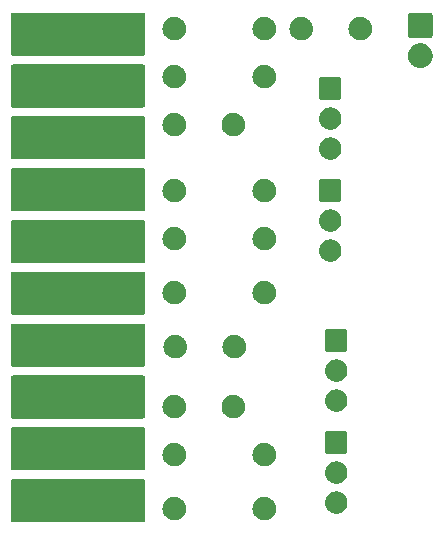
<source format=gbr>
G04 #@! TF.GenerationSoftware,KiCad,Pcbnew,8.0.1*
G04 #@! TF.CreationDate,2024-06-18T21:20:24-04:00*
G04 #@! TF.ProjectId,OdysseyDaughterCardFlipFlop,4f647973-7365-4794-9461-756768746572,1.2*
G04 #@! TF.SameCoordinates,Original*
G04 #@! TF.FileFunction,Soldermask,Bot*
G04 #@! TF.FilePolarity,Negative*
%FSLAX46Y46*%
G04 Gerber Fmt 4.6, Leading zero omitted, Abs format (unit mm)*
G04 Created by KiCad (PCBNEW 8.0.1) date 2024-06-18 21:20:24*
%MOMM*%
%LPD*%
G01*
G04 APERTURE LIST*
G04 APERTURE END LIST*
G36*
X134516043Y-118928183D02*
G01*
X134548727Y-118932486D01*
X134556948Y-118936319D01*
X134576537Y-118940216D01*
X134602480Y-118957551D01*
X134613608Y-118962740D01*
X134620378Y-118969510D01*
X134641421Y-118983571D01*
X134655481Y-119004613D01*
X134662251Y-119011383D01*
X134667438Y-119022508D01*
X134684776Y-119048455D01*
X134688672Y-119068045D01*
X134692505Y-119076264D01*
X134696806Y-119108937D01*
X134700000Y-119124992D01*
X134700000Y-122374992D01*
X134696805Y-122391050D01*
X134692505Y-122423719D01*
X134688673Y-122431936D01*
X134684776Y-122451529D01*
X134667437Y-122477477D01*
X134662251Y-122488600D01*
X134655483Y-122495367D01*
X134641421Y-122516413D01*
X134620375Y-122530475D01*
X134613608Y-122537243D01*
X134602485Y-122542429D01*
X134576537Y-122559768D01*
X134556944Y-122563665D01*
X134548727Y-122567497D01*
X134516056Y-122571798D01*
X134500000Y-122574992D01*
X123500000Y-122574992D01*
X123483943Y-122571798D01*
X123451272Y-122567497D01*
X123443053Y-122563664D01*
X123423463Y-122559768D01*
X123397516Y-122542430D01*
X123386391Y-122537243D01*
X123379621Y-122530473D01*
X123358579Y-122516413D01*
X123344518Y-122495370D01*
X123337748Y-122488600D01*
X123332559Y-122477472D01*
X123315224Y-122451529D01*
X123311327Y-122431940D01*
X123307494Y-122423719D01*
X123303190Y-122391033D01*
X123300000Y-122374992D01*
X123300000Y-119124992D01*
X123303190Y-119108950D01*
X123307494Y-119076264D01*
X123311327Y-119068041D01*
X123315224Y-119048455D01*
X123332557Y-119022513D01*
X123337748Y-119011383D01*
X123344520Y-119004610D01*
X123358579Y-118983571D01*
X123379618Y-118969512D01*
X123386391Y-118962740D01*
X123397521Y-118957549D01*
X123423463Y-118940216D01*
X123443049Y-118936319D01*
X123451272Y-118932486D01*
X123483960Y-118928182D01*
X123500000Y-118924992D01*
X134500000Y-118924992D01*
X134516043Y-118928183D01*
G37*
G36*
X137208724Y-120416799D02*
G01*
X137252218Y-120416799D01*
X137300658Y-120425853D01*
X137355090Y-120431215D01*
X137396438Y-120443757D01*
X137433518Y-120450689D01*
X137484868Y-120470582D01*
X137542683Y-120488120D01*
X137575720Y-120505778D01*
X137605501Y-120517316D01*
X137657245Y-120549354D01*
X137715570Y-120580530D01*
X137740076Y-120600641D01*
X137762311Y-120614409D01*
X137811575Y-120659319D01*
X137867107Y-120704893D01*
X137883563Y-120724945D01*
X137898611Y-120738663D01*
X137942297Y-120796513D01*
X137991470Y-120856430D01*
X138000977Y-120874218D01*
X138009762Y-120885850D01*
X138044713Y-120956040D01*
X138083880Y-121029317D01*
X138088056Y-121043086D01*
X138091972Y-121050949D01*
X138115105Y-121132255D01*
X138140785Y-121216910D01*
X138141628Y-121225473D01*
X138142446Y-121228347D01*
X138150943Y-121320047D01*
X138160000Y-121412000D01*
X138150942Y-121503960D01*
X138142446Y-121595652D01*
X138141628Y-121598524D01*
X138140785Y-121607090D01*
X138115100Y-121691759D01*
X138091972Y-121773050D01*
X138088057Y-121780911D01*
X138083880Y-121794683D01*
X138044705Y-121867972D01*
X138009762Y-121938149D01*
X138000979Y-121949778D01*
X137991470Y-121967570D01*
X137942288Y-122027498D01*
X137898611Y-122085336D01*
X137883566Y-122099050D01*
X137867107Y-122119107D01*
X137811564Y-122164689D01*
X137762311Y-122209590D01*
X137740081Y-122223354D01*
X137715570Y-122243470D01*
X137657233Y-122274651D01*
X137605501Y-122306683D01*
X137575727Y-122318217D01*
X137542683Y-122335880D01*
X137484856Y-122353421D01*
X137433518Y-122373310D01*
X137396445Y-122380240D01*
X137355090Y-122392785D01*
X137300655Y-122398146D01*
X137252218Y-122407201D01*
X137208724Y-122407201D01*
X137160000Y-122412000D01*
X137111276Y-122407201D01*
X137067782Y-122407201D01*
X137019343Y-122398146D01*
X136964910Y-122392785D01*
X136923555Y-122380240D01*
X136886481Y-122373310D01*
X136835139Y-122353419D01*
X136777317Y-122335880D01*
X136744275Y-122318218D01*
X136714498Y-122306683D01*
X136662759Y-122274647D01*
X136604430Y-122243470D01*
X136579921Y-122223356D01*
X136557688Y-122209590D01*
X136508425Y-122164681D01*
X136452893Y-122119107D01*
X136436436Y-122099054D01*
X136421388Y-122085336D01*
X136377699Y-122027482D01*
X136328530Y-121967570D01*
X136319022Y-121949783D01*
X136310237Y-121938149D01*
X136275279Y-121867945D01*
X136236120Y-121794683D01*
X136231943Y-121780916D01*
X136228027Y-121773050D01*
X136204882Y-121691706D01*
X136179215Y-121607090D01*
X136178371Y-121598530D01*
X136177553Y-121595652D01*
X136169040Y-121503788D01*
X136160000Y-121412000D01*
X136169039Y-121320219D01*
X136177553Y-121228347D01*
X136178372Y-121225468D01*
X136179215Y-121216910D01*
X136204878Y-121132308D01*
X136228027Y-121050949D01*
X136231944Y-121043081D01*
X136236120Y-121029317D01*
X136275272Y-120956068D01*
X136310237Y-120885850D01*
X136319024Y-120874213D01*
X136328530Y-120856430D01*
X136377689Y-120796528D01*
X136421388Y-120738663D01*
X136436439Y-120724941D01*
X136452893Y-120704893D01*
X136508414Y-120659327D01*
X136557688Y-120614409D01*
X136579926Y-120600639D01*
X136604430Y-120580530D01*
X136662747Y-120549358D01*
X136714498Y-120517316D01*
X136744282Y-120505777D01*
X136777317Y-120488120D01*
X136835127Y-120470583D01*
X136886481Y-120450689D01*
X136923562Y-120443757D01*
X136964910Y-120431215D01*
X137019340Y-120425853D01*
X137067782Y-120416799D01*
X137111276Y-120416799D01*
X137160000Y-120412000D01*
X137208724Y-120416799D01*
G37*
G36*
X144828724Y-120416799D02*
G01*
X144872218Y-120416799D01*
X144920658Y-120425853D01*
X144975090Y-120431215D01*
X145016438Y-120443757D01*
X145053518Y-120450689D01*
X145104868Y-120470582D01*
X145162683Y-120488120D01*
X145195720Y-120505778D01*
X145225501Y-120517316D01*
X145277245Y-120549354D01*
X145335570Y-120580530D01*
X145360076Y-120600641D01*
X145382311Y-120614409D01*
X145431575Y-120659319D01*
X145487107Y-120704893D01*
X145503563Y-120724945D01*
X145518611Y-120738663D01*
X145562297Y-120796513D01*
X145611470Y-120856430D01*
X145620977Y-120874218D01*
X145629762Y-120885850D01*
X145664713Y-120956040D01*
X145703880Y-121029317D01*
X145708056Y-121043086D01*
X145711972Y-121050949D01*
X145735105Y-121132255D01*
X145760785Y-121216910D01*
X145761628Y-121225473D01*
X145762446Y-121228347D01*
X145770943Y-121320047D01*
X145780000Y-121412000D01*
X145770942Y-121503960D01*
X145762446Y-121595652D01*
X145761628Y-121598524D01*
X145760785Y-121607090D01*
X145735100Y-121691759D01*
X145711972Y-121773050D01*
X145708057Y-121780911D01*
X145703880Y-121794683D01*
X145664705Y-121867972D01*
X145629762Y-121938149D01*
X145620979Y-121949778D01*
X145611470Y-121967570D01*
X145562288Y-122027498D01*
X145518611Y-122085336D01*
X145503566Y-122099050D01*
X145487107Y-122119107D01*
X145431564Y-122164689D01*
X145382311Y-122209590D01*
X145360081Y-122223354D01*
X145335570Y-122243470D01*
X145277233Y-122274651D01*
X145225501Y-122306683D01*
X145195727Y-122318217D01*
X145162683Y-122335880D01*
X145104856Y-122353421D01*
X145053518Y-122373310D01*
X145016445Y-122380240D01*
X144975090Y-122392785D01*
X144920655Y-122398146D01*
X144872218Y-122407201D01*
X144828724Y-122407201D01*
X144780000Y-122412000D01*
X144731276Y-122407201D01*
X144687782Y-122407201D01*
X144639343Y-122398146D01*
X144584910Y-122392785D01*
X144543555Y-122380240D01*
X144506481Y-122373310D01*
X144455139Y-122353419D01*
X144397317Y-122335880D01*
X144364275Y-122318218D01*
X144334498Y-122306683D01*
X144282759Y-122274647D01*
X144224430Y-122243470D01*
X144199921Y-122223356D01*
X144177688Y-122209590D01*
X144128425Y-122164681D01*
X144072893Y-122119107D01*
X144056436Y-122099054D01*
X144041388Y-122085336D01*
X143997699Y-122027482D01*
X143948530Y-121967570D01*
X143939022Y-121949783D01*
X143930237Y-121938149D01*
X143895279Y-121867945D01*
X143856120Y-121794683D01*
X143851943Y-121780916D01*
X143848027Y-121773050D01*
X143824882Y-121691706D01*
X143799215Y-121607090D01*
X143798371Y-121598530D01*
X143797553Y-121595652D01*
X143789040Y-121503788D01*
X143780000Y-121412000D01*
X143789039Y-121320219D01*
X143797553Y-121228347D01*
X143798372Y-121225468D01*
X143799215Y-121216910D01*
X143824878Y-121132308D01*
X143848027Y-121050949D01*
X143851944Y-121043081D01*
X143856120Y-121029317D01*
X143895272Y-120956068D01*
X143930237Y-120885850D01*
X143939024Y-120874213D01*
X143948530Y-120856430D01*
X143997689Y-120796528D01*
X144041388Y-120738663D01*
X144056439Y-120724941D01*
X144072893Y-120704893D01*
X144128414Y-120659327D01*
X144177688Y-120614409D01*
X144199926Y-120600639D01*
X144224430Y-120580530D01*
X144282747Y-120549358D01*
X144334498Y-120517316D01*
X144364282Y-120505777D01*
X144397317Y-120488120D01*
X144455127Y-120470583D01*
X144506481Y-120450689D01*
X144543562Y-120443757D01*
X144584910Y-120431215D01*
X144639340Y-120425853D01*
X144687782Y-120416799D01*
X144731276Y-120416799D01*
X144780000Y-120412000D01*
X144828724Y-120416799D01*
G37*
G36*
X150922562Y-119958586D02*
G01*
X150963604Y-119958586D01*
X151009313Y-119967130D01*
X151061336Y-119972254D01*
X151100852Y-119984241D01*
X151135834Y-119990780D01*
X151184283Y-120009549D01*
X151239549Y-120026314D01*
X151271128Y-120043193D01*
X151299214Y-120054074D01*
X151348016Y-120084291D01*
X151403792Y-120114104D01*
X151427225Y-120133335D01*
X151448180Y-120146310D01*
X151494612Y-120188639D01*
X151547751Y-120232249D01*
X151563498Y-120251436D01*
X151577661Y-120264348D01*
X151618775Y-120318791D01*
X151665896Y-120376208D01*
X151675007Y-120393255D01*
X151683249Y-120404168D01*
X151716031Y-120470005D01*
X151753686Y-120540451D01*
X151757702Y-120553691D01*
X151761350Y-120561017D01*
X151782897Y-120636749D01*
X151807746Y-120718664D01*
X151808562Y-120726951D01*
X151809297Y-120729534D01*
X151816938Y-120811994D01*
X151826000Y-120904000D01*
X151816937Y-120996013D01*
X151809297Y-121078465D01*
X151808562Y-121081046D01*
X151807746Y-121089336D01*
X151782893Y-121171265D01*
X151761350Y-121246982D01*
X151757703Y-121254305D01*
X151753686Y-121267549D01*
X151716024Y-121338008D01*
X151683249Y-121403831D01*
X151675009Y-121414741D01*
X151665896Y-121431792D01*
X151618765Y-121489219D01*
X151577661Y-121543651D01*
X151563501Y-121556559D01*
X151547751Y-121575751D01*
X151494601Y-121619369D01*
X151448180Y-121661689D01*
X151427230Y-121674660D01*
X151403792Y-121693896D01*
X151348004Y-121723715D01*
X151299214Y-121753925D01*
X151271134Y-121764802D01*
X151239549Y-121781686D01*
X151184271Y-121798454D01*
X151135834Y-121817219D01*
X151100859Y-121823756D01*
X151061336Y-121835746D01*
X151009310Y-121840870D01*
X150963604Y-121849414D01*
X150922562Y-121849414D01*
X150876000Y-121854000D01*
X150829438Y-121849414D01*
X150788396Y-121849414D01*
X150742688Y-121840869D01*
X150690664Y-121835746D01*
X150651142Y-121823757D01*
X150616165Y-121817219D01*
X150567723Y-121798452D01*
X150512451Y-121781686D01*
X150480867Y-121764804D01*
X150452785Y-121753925D01*
X150403988Y-121723711D01*
X150348208Y-121693896D01*
X150324772Y-121674663D01*
X150303819Y-121661689D01*
X150257388Y-121619361D01*
X150204249Y-121575751D01*
X150188501Y-121556562D01*
X150174338Y-121543651D01*
X150133221Y-121489204D01*
X150086104Y-121431792D01*
X150076992Y-121414746D01*
X150068750Y-121403831D01*
X150035960Y-121337981D01*
X149998314Y-121267549D01*
X149994298Y-121254310D01*
X149990649Y-121246982D01*
X149969090Y-121171212D01*
X149944254Y-121089336D01*
X149943438Y-121081052D01*
X149942702Y-121078465D01*
X149935045Y-120995841D01*
X149926000Y-120904000D01*
X149935044Y-120812166D01*
X149942702Y-120729534D01*
X149943438Y-120726946D01*
X149944254Y-120718664D01*
X149969086Y-120636802D01*
X149990649Y-120561017D01*
X149994298Y-120553686D01*
X149998314Y-120540451D01*
X150035953Y-120470032D01*
X150068750Y-120404168D01*
X150076994Y-120393250D01*
X150086104Y-120376208D01*
X150133212Y-120318806D01*
X150174338Y-120264348D01*
X150188504Y-120251433D01*
X150204249Y-120232249D01*
X150257377Y-120188647D01*
X150303819Y-120146310D01*
X150324777Y-120133332D01*
X150348208Y-120114104D01*
X150403976Y-120084295D01*
X150452785Y-120054074D01*
X150480874Y-120043191D01*
X150512451Y-120026314D01*
X150567712Y-120009550D01*
X150616165Y-119990780D01*
X150651149Y-119984240D01*
X150690664Y-119972254D01*
X150742685Y-119967130D01*
X150788396Y-119958586D01*
X150829438Y-119958586D01*
X150876000Y-119954000D01*
X150922562Y-119958586D01*
G37*
G36*
X150922562Y-117418586D02*
G01*
X150963604Y-117418586D01*
X151009313Y-117427130D01*
X151061336Y-117432254D01*
X151100852Y-117444241D01*
X151135834Y-117450780D01*
X151184283Y-117469549D01*
X151239549Y-117486314D01*
X151271128Y-117503193D01*
X151299214Y-117514074D01*
X151348016Y-117544291D01*
X151403792Y-117574104D01*
X151427225Y-117593335D01*
X151448180Y-117606310D01*
X151494612Y-117648639D01*
X151547751Y-117692249D01*
X151563498Y-117711436D01*
X151577661Y-117724348D01*
X151618775Y-117778791D01*
X151665896Y-117836208D01*
X151675007Y-117853255D01*
X151683249Y-117864168D01*
X151716031Y-117930005D01*
X151753686Y-118000451D01*
X151757702Y-118013691D01*
X151761350Y-118021017D01*
X151782897Y-118096749D01*
X151807746Y-118178664D01*
X151808562Y-118186951D01*
X151809297Y-118189534D01*
X151816938Y-118271994D01*
X151826000Y-118364000D01*
X151816937Y-118456013D01*
X151809297Y-118538465D01*
X151808562Y-118541046D01*
X151807746Y-118549336D01*
X151782893Y-118631265D01*
X151761350Y-118706982D01*
X151757703Y-118714305D01*
X151753686Y-118727549D01*
X151716024Y-118798008D01*
X151683249Y-118863831D01*
X151675009Y-118874741D01*
X151665896Y-118891792D01*
X151618765Y-118949219D01*
X151577661Y-119003651D01*
X151563501Y-119016559D01*
X151547751Y-119035751D01*
X151494601Y-119079369D01*
X151448180Y-119121689D01*
X151427230Y-119134660D01*
X151403792Y-119153896D01*
X151348004Y-119183715D01*
X151299214Y-119213925D01*
X151271134Y-119224802D01*
X151239549Y-119241686D01*
X151184271Y-119258454D01*
X151135834Y-119277219D01*
X151100859Y-119283756D01*
X151061336Y-119295746D01*
X151009310Y-119300870D01*
X150963604Y-119309414D01*
X150922562Y-119309414D01*
X150876000Y-119314000D01*
X150829438Y-119309414D01*
X150788396Y-119309414D01*
X150742688Y-119300869D01*
X150690664Y-119295746D01*
X150651142Y-119283757D01*
X150616165Y-119277219D01*
X150567723Y-119258452D01*
X150512451Y-119241686D01*
X150480867Y-119224804D01*
X150452785Y-119213925D01*
X150403988Y-119183711D01*
X150348208Y-119153896D01*
X150324772Y-119134663D01*
X150303819Y-119121689D01*
X150257388Y-119079361D01*
X150204249Y-119035751D01*
X150188501Y-119016562D01*
X150174338Y-119003651D01*
X150133221Y-118949204D01*
X150086104Y-118891792D01*
X150076992Y-118874746D01*
X150068750Y-118863831D01*
X150035960Y-118797981D01*
X149998314Y-118727549D01*
X149994298Y-118714310D01*
X149990649Y-118706982D01*
X149969090Y-118631212D01*
X149944254Y-118549336D01*
X149943438Y-118541052D01*
X149942702Y-118538465D01*
X149935045Y-118455841D01*
X149926000Y-118364000D01*
X149935044Y-118272166D01*
X149942702Y-118189534D01*
X149943438Y-118186946D01*
X149944254Y-118178664D01*
X149969086Y-118096802D01*
X149990649Y-118021017D01*
X149994298Y-118013686D01*
X149998314Y-118000451D01*
X150035953Y-117930032D01*
X150068750Y-117864168D01*
X150076994Y-117853250D01*
X150086104Y-117836208D01*
X150133212Y-117778806D01*
X150174338Y-117724348D01*
X150188504Y-117711433D01*
X150204249Y-117692249D01*
X150257377Y-117648647D01*
X150303819Y-117606310D01*
X150324777Y-117593332D01*
X150348208Y-117574104D01*
X150403976Y-117544295D01*
X150452785Y-117514074D01*
X150480874Y-117503191D01*
X150512451Y-117486314D01*
X150567712Y-117469550D01*
X150616165Y-117450780D01*
X150651149Y-117444240D01*
X150690664Y-117432254D01*
X150742685Y-117427130D01*
X150788396Y-117418586D01*
X150829438Y-117418586D01*
X150876000Y-117414000D01*
X150922562Y-117418586D01*
G37*
G36*
X134516043Y-114539295D02*
G01*
X134548727Y-114543598D01*
X134556948Y-114547431D01*
X134576537Y-114551328D01*
X134602480Y-114568663D01*
X134613608Y-114573852D01*
X134620378Y-114580622D01*
X134641421Y-114594683D01*
X134655481Y-114615725D01*
X134662251Y-114622495D01*
X134667438Y-114633620D01*
X134684776Y-114659567D01*
X134688672Y-114679157D01*
X134692505Y-114687376D01*
X134696806Y-114720049D01*
X134700000Y-114736104D01*
X134700000Y-117986104D01*
X134696805Y-118002162D01*
X134692505Y-118034831D01*
X134688673Y-118043048D01*
X134684776Y-118062641D01*
X134667437Y-118088589D01*
X134662251Y-118099712D01*
X134655483Y-118106479D01*
X134641421Y-118127525D01*
X134620375Y-118141587D01*
X134613608Y-118148355D01*
X134602485Y-118153541D01*
X134576537Y-118170880D01*
X134556944Y-118174777D01*
X134548727Y-118178609D01*
X134516056Y-118182910D01*
X134500000Y-118186104D01*
X123500000Y-118186104D01*
X123483943Y-118182910D01*
X123451272Y-118178609D01*
X123443053Y-118174776D01*
X123423463Y-118170880D01*
X123397516Y-118153542D01*
X123386391Y-118148355D01*
X123379621Y-118141585D01*
X123358579Y-118127525D01*
X123344518Y-118106482D01*
X123337748Y-118099712D01*
X123332559Y-118088584D01*
X123315224Y-118062641D01*
X123311327Y-118043052D01*
X123307494Y-118034831D01*
X123303190Y-118002145D01*
X123300000Y-117986104D01*
X123300000Y-114736104D01*
X123303190Y-114720062D01*
X123307494Y-114687376D01*
X123311327Y-114679153D01*
X123315224Y-114659567D01*
X123332557Y-114633625D01*
X123337748Y-114622495D01*
X123344520Y-114615722D01*
X123358579Y-114594683D01*
X123379618Y-114580624D01*
X123386391Y-114573852D01*
X123397521Y-114568661D01*
X123423463Y-114551328D01*
X123443049Y-114547431D01*
X123451272Y-114543598D01*
X123483960Y-114539294D01*
X123500000Y-114536104D01*
X134500000Y-114536104D01*
X134516043Y-114539295D01*
G37*
G36*
X137208724Y-115844799D02*
G01*
X137252218Y-115844799D01*
X137300658Y-115853853D01*
X137355090Y-115859215D01*
X137396438Y-115871757D01*
X137433518Y-115878689D01*
X137484868Y-115898582D01*
X137542683Y-115916120D01*
X137575720Y-115933778D01*
X137605501Y-115945316D01*
X137657245Y-115977354D01*
X137715570Y-116008530D01*
X137740076Y-116028641D01*
X137762311Y-116042409D01*
X137811575Y-116087319D01*
X137867107Y-116132893D01*
X137883563Y-116152945D01*
X137898611Y-116166663D01*
X137942297Y-116224513D01*
X137991470Y-116284430D01*
X138000977Y-116302218D01*
X138009762Y-116313850D01*
X138044713Y-116384040D01*
X138083880Y-116457317D01*
X138088056Y-116471086D01*
X138091972Y-116478949D01*
X138115105Y-116560255D01*
X138140785Y-116644910D01*
X138141628Y-116653473D01*
X138142446Y-116656347D01*
X138150943Y-116748047D01*
X138160000Y-116840000D01*
X138150942Y-116931960D01*
X138142446Y-117023652D01*
X138141628Y-117026524D01*
X138140785Y-117035090D01*
X138115100Y-117119759D01*
X138091972Y-117201050D01*
X138088057Y-117208911D01*
X138083880Y-117222683D01*
X138044705Y-117295972D01*
X138009762Y-117366149D01*
X138000979Y-117377778D01*
X137991470Y-117395570D01*
X137942288Y-117455498D01*
X137898611Y-117513336D01*
X137883566Y-117527050D01*
X137867107Y-117547107D01*
X137811564Y-117592689D01*
X137762311Y-117637590D01*
X137740081Y-117651354D01*
X137715570Y-117671470D01*
X137657233Y-117702651D01*
X137605501Y-117734683D01*
X137575727Y-117746217D01*
X137542683Y-117763880D01*
X137484856Y-117781421D01*
X137433518Y-117801310D01*
X137396445Y-117808240D01*
X137355090Y-117820785D01*
X137300655Y-117826146D01*
X137252218Y-117835201D01*
X137208724Y-117835201D01*
X137160000Y-117840000D01*
X137111276Y-117835201D01*
X137067782Y-117835201D01*
X137019343Y-117826146D01*
X136964910Y-117820785D01*
X136923555Y-117808240D01*
X136886481Y-117801310D01*
X136835139Y-117781419D01*
X136777317Y-117763880D01*
X136744275Y-117746218D01*
X136714498Y-117734683D01*
X136662759Y-117702647D01*
X136604430Y-117671470D01*
X136579921Y-117651356D01*
X136557688Y-117637590D01*
X136508425Y-117592681D01*
X136452893Y-117547107D01*
X136436436Y-117527054D01*
X136421388Y-117513336D01*
X136377699Y-117455482D01*
X136328530Y-117395570D01*
X136319022Y-117377783D01*
X136310237Y-117366149D01*
X136275279Y-117295945D01*
X136236120Y-117222683D01*
X136231943Y-117208916D01*
X136228027Y-117201050D01*
X136204882Y-117119706D01*
X136179215Y-117035090D01*
X136178371Y-117026530D01*
X136177553Y-117023652D01*
X136169040Y-116931788D01*
X136160000Y-116840000D01*
X136169039Y-116748219D01*
X136177553Y-116656347D01*
X136178372Y-116653468D01*
X136179215Y-116644910D01*
X136204878Y-116560308D01*
X136228027Y-116478949D01*
X136231944Y-116471081D01*
X136236120Y-116457317D01*
X136275272Y-116384068D01*
X136310237Y-116313850D01*
X136319024Y-116302213D01*
X136328530Y-116284430D01*
X136377689Y-116224528D01*
X136421388Y-116166663D01*
X136436439Y-116152941D01*
X136452893Y-116132893D01*
X136508414Y-116087327D01*
X136557688Y-116042409D01*
X136579926Y-116028639D01*
X136604430Y-116008530D01*
X136662747Y-115977358D01*
X136714498Y-115945316D01*
X136744282Y-115933777D01*
X136777317Y-115916120D01*
X136835127Y-115898583D01*
X136886481Y-115878689D01*
X136923562Y-115871757D01*
X136964910Y-115859215D01*
X137019340Y-115853853D01*
X137067782Y-115844799D01*
X137111276Y-115844799D01*
X137160000Y-115840000D01*
X137208724Y-115844799D01*
G37*
G36*
X144828724Y-115844799D02*
G01*
X144872218Y-115844799D01*
X144920658Y-115853853D01*
X144975090Y-115859215D01*
X145016438Y-115871757D01*
X145053518Y-115878689D01*
X145104868Y-115898582D01*
X145162683Y-115916120D01*
X145195720Y-115933778D01*
X145225501Y-115945316D01*
X145277245Y-115977354D01*
X145335570Y-116008530D01*
X145360076Y-116028641D01*
X145382311Y-116042409D01*
X145431575Y-116087319D01*
X145487107Y-116132893D01*
X145503563Y-116152945D01*
X145518611Y-116166663D01*
X145562297Y-116224513D01*
X145611470Y-116284430D01*
X145620977Y-116302218D01*
X145629762Y-116313850D01*
X145664713Y-116384040D01*
X145703880Y-116457317D01*
X145708056Y-116471086D01*
X145711972Y-116478949D01*
X145735105Y-116560255D01*
X145760785Y-116644910D01*
X145761628Y-116653473D01*
X145762446Y-116656347D01*
X145770943Y-116748047D01*
X145780000Y-116840000D01*
X145770942Y-116931960D01*
X145762446Y-117023652D01*
X145761628Y-117026524D01*
X145760785Y-117035090D01*
X145735100Y-117119759D01*
X145711972Y-117201050D01*
X145708057Y-117208911D01*
X145703880Y-117222683D01*
X145664705Y-117295972D01*
X145629762Y-117366149D01*
X145620979Y-117377778D01*
X145611470Y-117395570D01*
X145562288Y-117455498D01*
X145518611Y-117513336D01*
X145503566Y-117527050D01*
X145487107Y-117547107D01*
X145431564Y-117592689D01*
X145382311Y-117637590D01*
X145360081Y-117651354D01*
X145335570Y-117671470D01*
X145277233Y-117702651D01*
X145225501Y-117734683D01*
X145195727Y-117746217D01*
X145162683Y-117763880D01*
X145104856Y-117781421D01*
X145053518Y-117801310D01*
X145016445Y-117808240D01*
X144975090Y-117820785D01*
X144920655Y-117826146D01*
X144872218Y-117835201D01*
X144828724Y-117835201D01*
X144780000Y-117840000D01*
X144731276Y-117835201D01*
X144687782Y-117835201D01*
X144639343Y-117826146D01*
X144584910Y-117820785D01*
X144543555Y-117808240D01*
X144506481Y-117801310D01*
X144455139Y-117781419D01*
X144397317Y-117763880D01*
X144364275Y-117746218D01*
X144334498Y-117734683D01*
X144282759Y-117702647D01*
X144224430Y-117671470D01*
X144199921Y-117651356D01*
X144177688Y-117637590D01*
X144128425Y-117592681D01*
X144072893Y-117547107D01*
X144056436Y-117527054D01*
X144041388Y-117513336D01*
X143997699Y-117455482D01*
X143948530Y-117395570D01*
X143939022Y-117377783D01*
X143930237Y-117366149D01*
X143895279Y-117295945D01*
X143856120Y-117222683D01*
X143851943Y-117208916D01*
X143848027Y-117201050D01*
X143824882Y-117119706D01*
X143799215Y-117035090D01*
X143798371Y-117026530D01*
X143797553Y-117023652D01*
X143789040Y-116931788D01*
X143780000Y-116840000D01*
X143789039Y-116748219D01*
X143797553Y-116656347D01*
X143798372Y-116653468D01*
X143799215Y-116644910D01*
X143824878Y-116560308D01*
X143848027Y-116478949D01*
X143851944Y-116471081D01*
X143856120Y-116457317D01*
X143895272Y-116384068D01*
X143930237Y-116313850D01*
X143939024Y-116302213D01*
X143948530Y-116284430D01*
X143997689Y-116224528D01*
X144041388Y-116166663D01*
X144056439Y-116152941D01*
X144072893Y-116132893D01*
X144128414Y-116087327D01*
X144177688Y-116042409D01*
X144199926Y-116028639D01*
X144224430Y-116008530D01*
X144282747Y-115977358D01*
X144334498Y-115945316D01*
X144364282Y-115933777D01*
X144397317Y-115916120D01*
X144455127Y-115898583D01*
X144506481Y-115878689D01*
X144543562Y-115871757D01*
X144584910Y-115859215D01*
X144639340Y-115853853D01*
X144687782Y-115844799D01*
X144731276Y-115844799D01*
X144780000Y-115840000D01*
X144828724Y-115844799D01*
G37*
G36*
X151642043Y-114877191D02*
G01*
X151674727Y-114881494D01*
X151682948Y-114885327D01*
X151702537Y-114889224D01*
X151728480Y-114906559D01*
X151739608Y-114911748D01*
X151746378Y-114918518D01*
X151767421Y-114932579D01*
X151781481Y-114953621D01*
X151788251Y-114960391D01*
X151793438Y-114971516D01*
X151810776Y-114997463D01*
X151814672Y-115017053D01*
X151818505Y-115025272D01*
X151822806Y-115057945D01*
X151826000Y-115074000D01*
X151826000Y-116574000D01*
X151822805Y-116590058D01*
X151818505Y-116622727D01*
X151814673Y-116630944D01*
X151810776Y-116650537D01*
X151793437Y-116676485D01*
X151788251Y-116687608D01*
X151781483Y-116694375D01*
X151767421Y-116715421D01*
X151746375Y-116729483D01*
X151739608Y-116736251D01*
X151728485Y-116741437D01*
X151702537Y-116758776D01*
X151682944Y-116762673D01*
X151674727Y-116766505D01*
X151642056Y-116770806D01*
X151626000Y-116774000D01*
X150126000Y-116774000D01*
X150109943Y-116770806D01*
X150077272Y-116766505D01*
X150069053Y-116762672D01*
X150049463Y-116758776D01*
X150023516Y-116741438D01*
X150012391Y-116736251D01*
X150005621Y-116729481D01*
X149984579Y-116715421D01*
X149970518Y-116694378D01*
X149963748Y-116687608D01*
X149958559Y-116676480D01*
X149941224Y-116650537D01*
X149937327Y-116630948D01*
X149933494Y-116622727D01*
X149929190Y-116590041D01*
X149926000Y-116574000D01*
X149926000Y-115074000D01*
X149929190Y-115057958D01*
X149933494Y-115025272D01*
X149937327Y-115017049D01*
X149941224Y-114997463D01*
X149958557Y-114971521D01*
X149963748Y-114960391D01*
X149970520Y-114953618D01*
X149984579Y-114932579D01*
X150005618Y-114918520D01*
X150012391Y-114911748D01*
X150023521Y-114906557D01*
X150049463Y-114889224D01*
X150069049Y-114885327D01*
X150077272Y-114881494D01*
X150109960Y-114877190D01*
X150126000Y-114874000D01*
X151626000Y-114874000D01*
X151642043Y-114877191D01*
G37*
G36*
X134516043Y-110150407D02*
G01*
X134548727Y-110154710D01*
X134556948Y-110158543D01*
X134576537Y-110162440D01*
X134602480Y-110179775D01*
X134613608Y-110184964D01*
X134620378Y-110191734D01*
X134641421Y-110205795D01*
X134655481Y-110226837D01*
X134662251Y-110233607D01*
X134667438Y-110244732D01*
X134684776Y-110270679D01*
X134688672Y-110290269D01*
X134692505Y-110298488D01*
X134696806Y-110331161D01*
X134700000Y-110347216D01*
X134700000Y-113597216D01*
X134696805Y-113613274D01*
X134692505Y-113645943D01*
X134688673Y-113654160D01*
X134684776Y-113673753D01*
X134667437Y-113699701D01*
X134662251Y-113710824D01*
X134655483Y-113717591D01*
X134641421Y-113738637D01*
X134620375Y-113752699D01*
X134613608Y-113759467D01*
X134602485Y-113764653D01*
X134576537Y-113781992D01*
X134556944Y-113785889D01*
X134548727Y-113789721D01*
X134516056Y-113794022D01*
X134500000Y-113797216D01*
X123500000Y-113797216D01*
X123483943Y-113794022D01*
X123451272Y-113789721D01*
X123443053Y-113785888D01*
X123423463Y-113781992D01*
X123397516Y-113764654D01*
X123386391Y-113759467D01*
X123379621Y-113752697D01*
X123358579Y-113738637D01*
X123344518Y-113717594D01*
X123337748Y-113710824D01*
X123332559Y-113699696D01*
X123315224Y-113673753D01*
X123311327Y-113654164D01*
X123307494Y-113645943D01*
X123303190Y-113613257D01*
X123300000Y-113597216D01*
X123300000Y-110347216D01*
X123303190Y-110331174D01*
X123307494Y-110298488D01*
X123311327Y-110290265D01*
X123315224Y-110270679D01*
X123332557Y-110244737D01*
X123337748Y-110233607D01*
X123344520Y-110226834D01*
X123358579Y-110205795D01*
X123379618Y-110191736D01*
X123386391Y-110184964D01*
X123397521Y-110179773D01*
X123423463Y-110162440D01*
X123443049Y-110158543D01*
X123451272Y-110154710D01*
X123483960Y-110150406D01*
X123500000Y-110147216D01*
X134500000Y-110147216D01*
X134516043Y-110150407D01*
G37*
G36*
X137208724Y-111780799D02*
G01*
X137252218Y-111780799D01*
X137300658Y-111789853D01*
X137355090Y-111795215D01*
X137396438Y-111807757D01*
X137433518Y-111814689D01*
X137484868Y-111834582D01*
X137542683Y-111852120D01*
X137575720Y-111869778D01*
X137605501Y-111881316D01*
X137657245Y-111913354D01*
X137715570Y-111944530D01*
X137740076Y-111964641D01*
X137762311Y-111978409D01*
X137811575Y-112023319D01*
X137867107Y-112068893D01*
X137883563Y-112088945D01*
X137898611Y-112102663D01*
X137942297Y-112160513D01*
X137991470Y-112220430D01*
X138000977Y-112238218D01*
X138009762Y-112249850D01*
X138044713Y-112320040D01*
X138083880Y-112393317D01*
X138088056Y-112407086D01*
X138091972Y-112414949D01*
X138115105Y-112496255D01*
X138140785Y-112580910D01*
X138141628Y-112589473D01*
X138142446Y-112592347D01*
X138150943Y-112684047D01*
X138160000Y-112776000D01*
X138150942Y-112867960D01*
X138142446Y-112959652D01*
X138141628Y-112962524D01*
X138140785Y-112971090D01*
X138115100Y-113055759D01*
X138091972Y-113137050D01*
X138088057Y-113144911D01*
X138083880Y-113158683D01*
X138044705Y-113231972D01*
X138009762Y-113302149D01*
X138000979Y-113313778D01*
X137991470Y-113331570D01*
X137942288Y-113391498D01*
X137898611Y-113449336D01*
X137883566Y-113463050D01*
X137867107Y-113483107D01*
X137811564Y-113528689D01*
X137762311Y-113573590D01*
X137740081Y-113587354D01*
X137715570Y-113607470D01*
X137657233Y-113638651D01*
X137605501Y-113670683D01*
X137575727Y-113682217D01*
X137542683Y-113699880D01*
X137484856Y-113717421D01*
X137433518Y-113737310D01*
X137396445Y-113744240D01*
X137355090Y-113756785D01*
X137300655Y-113762146D01*
X137252218Y-113771201D01*
X137208724Y-113771201D01*
X137160000Y-113776000D01*
X137111276Y-113771201D01*
X137067782Y-113771201D01*
X137019343Y-113762146D01*
X136964910Y-113756785D01*
X136923555Y-113744240D01*
X136886481Y-113737310D01*
X136835139Y-113717419D01*
X136777317Y-113699880D01*
X136744275Y-113682218D01*
X136714498Y-113670683D01*
X136662759Y-113638647D01*
X136604430Y-113607470D01*
X136579921Y-113587356D01*
X136557688Y-113573590D01*
X136508425Y-113528681D01*
X136452893Y-113483107D01*
X136436436Y-113463054D01*
X136421388Y-113449336D01*
X136377699Y-113391482D01*
X136328530Y-113331570D01*
X136319022Y-113313783D01*
X136310237Y-113302149D01*
X136275279Y-113231945D01*
X136236120Y-113158683D01*
X136231943Y-113144916D01*
X136228027Y-113137050D01*
X136204882Y-113055706D01*
X136179215Y-112971090D01*
X136178371Y-112962530D01*
X136177553Y-112959652D01*
X136169040Y-112867788D01*
X136160000Y-112776000D01*
X136169039Y-112684219D01*
X136177553Y-112592347D01*
X136178372Y-112589468D01*
X136179215Y-112580910D01*
X136204878Y-112496308D01*
X136228027Y-112414949D01*
X136231944Y-112407081D01*
X136236120Y-112393317D01*
X136275272Y-112320068D01*
X136310237Y-112249850D01*
X136319024Y-112238213D01*
X136328530Y-112220430D01*
X136377689Y-112160528D01*
X136421388Y-112102663D01*
X136436439Y-112088941D01*
X136452893Y-112068893D01*
X136508414Y-112023327D01*
X136557688Y-111978409D01*
X136579926Y-111964639D01*
X136604430Y-111944530D01*
X136662747Y-111913358D01*
X136714498Y-111881316D01*
X136744282Y-111869777D01*
X136777317Y-111852120D01*
X136835127Y-111834583D01*
X136886481Y-111814689D01*
X136923562Y-111807757D01*
X136964910Y-111795215D01*
X137019340Y-111789853D01*
X137067782Y-111780799D01*
X137111276Y-111780799D01*
X137160000Y-111776000D01*
X137208724Y-111780799D01*
G37*
G36*
X142208724Y-111780799D02*
G01*
X142252218Y-111780799D01*
X142300658Y-111789853D01*
X142355090Y-111795215D01*
X142396438Y-111807757D01*
X142433518Y-111814689D01*
X142484868Y-111834582D01*
X142542683Y-111852120D01*
X142575720Y-111869778D01*
X142605501Y-111881316D01*
X142657245Y-111913354D01*
X142715570Y-111944530D01*
X142740076Y-111964641D01*
X142762311Y-111978409D01*
X142811575Y-112023319D01*
X142867107Y-112068893D01*
X142883563Y-112088945D01*
X142898611Y-112102663D01*
X142942297Y-112160513D01*
X142991470Y-112220430D01*
X143000977Y-112238218D01*
X143009762Y-112249850D01*
X143044713Y-112320040D01*
X143083880Y-112393317D01*
X143088056Y-112407086D01*
X143091972Y-112414949D01*
X143115105Y-112496255D01*
X143140785Y-112580910D01*
X143141628Y-112589473D01*
X143142446Y-112592347D01*
X143150943Y-112684047D01*
X143160000Y-112776000D01*
X143150942Y-112867960D01*
X143142446Y-112959652D01*
X143141628Y-112962524D01*
X143140785Y-112971090D01*
X143115100Y-113055759D01*
X143091972Y-113137050D01*
X143088057Y-113144911D01*
X143083880Y-113158683D01*
X143044705Y-113231972D01*
X143009762Y-113302149D01*
X143000979Y-113313778D01*
X142991470Y-113331570D01*
X142942288Y-113391498D01*
X142898611Y-113449336D01*
X142883566Y-113463050D01*
X142867107Y-113483107D01*
X142811564Y-113528689D01*
X142762311Y-113573590D01*
X142740081Y-113587354D01*
X142715570Y-113607470D01*
X142657233Y-113638651D01*
X142605501Y-113670683D01*
X142575727Y-113682217D01*
X142542683Y-113699880D01*
X142484856Y-113717421D01*
X142433518Y-113737310D01*
X142396445Y-113744240D01*
X142355090Y-113756785D01*
X142300655Y-113762146D01*
X142252218Y-113771201D01*
X142208724Y-113771201D01*
X142160000Y-113776000D01*
X142111276Y-113771201D01*
X142067782Y-113771201D01*
X142019343Y-113762146D01*
X141964910Y-113756785D01*
X141923555Y-113744240D01*
X141886481Y-113737310D01*
X141835139Y-113717419D01*
X141777317Y-113699880D01*
X141744275Y-113682218D01*
X141714498Y-113670683D01*
X141662759Y-113638647D01*
X141604430Y-113607470D01*
X141579921Y-113587356D01*
X141557688Y-113573590D01*
X141508425Y-113528681D01*
X141452893Y-113483107D01*
X141436436Y-113463054D01*
X141421388Y-113449336D01*
X141377699Y-113391482D01*
X141328530Y-113331570D01*
X141319022Y-113313783D01*
X141310237Y-113302149D01*
X141275279Y-113231945D01*
X141236120Y-113158683D01*
X141231943Y-113144916D01*
X141228027Y-113137050D01*
X141204882Y-113055706D01*
X141179215Y-112971090D01*
X141178371Y-112962530D01*
X141177553Y-112959652D01*
X141169040Y-112867788D01*
X141160000Y-112776000D01*
X141169039Y-112684219D01*
X141177553Y-112592347D01*
X141178372Y-112589468D01*
X141179215Y-112580910D01*
X141204878Y-112496308D01*
X141228027Y-112414949D01*
X141231944Y-112407081D01*
X141236120Y-112393317D01*
X141275272Y-112320068D01*
X141310237Y-112249850D01*
X141319024Y-112238213D01*
X141328530Y-112220430D01*
X141377689Y-112160528D01*
X141421388Y-112102663D01*
X141436439Y-112088941D01*
X141452893Y-112068893D01*
X141508414Y-112023327D01*
X141557688Y-111978409D01*
X141579926Y-111964639D01*
X141604430Y-111944530D01*
X141662747Y-111913358D01*
X141714498Y-111881316D01*
X141744282Y-111869777D01*
X141777317Y-111852120D01*
X141835127Y-111834583D01*
X141886481Y-111814689D01*
X141923562Y-111807757D01*
X141964910Y-111795215D01*
X142019340Y-111789853D01*
X142067782Y-111780799D01*
X142111276Y-111780799D01*
X142160000Y-111776000D01*
X142208724Y-111780799D01*
G37*
G36*
X150922562Y-111322586D02*
G01*
X150963604Y-111322586D01*
X151009313Y-111331130D01*
X151061336Y-111336254D01*
X151100852Y-111348241D01*
X151135834Y-111354780D01*
X151184283Y-111373549D01*
X151239549Y-111390314D01*
X151271128Y-111407193D01*
X151299214Y-111418074D01*
X151348016Y-111448291D01*
X151403792Y-111478104D01*
X151427225Y-111497335D01*
X151448180Y-111510310D01*
X151494612Y-111552639D01*
X151547751Y-111596249D01*
X151563498Y-111615436D01*
X151577661Y-111628348D01*
X151618775Y-111682791D01*
X151665896Y-111740208D01*
X151675007Y-111757255D01*
X151683249Y-111768168D01*
X151716031Y-111834005D01*
X151753686Y-111904451D01*
X151757702Y-111917691D01*
X151761350Y-111925017D01*
X151782897Y-112000749D01*
X151807746Y-112082664D01*
X151808562Y-112090951D01*
X151809297Y-112093534D01*
X151816938Y-112175994D01*
X151826000Y-112268000D01*
X151816937Y-112360013D01*
X151809297Y-112442465D01*
X151808562Y-112445046D01*
X151807746Y-112453336D01*
X151782893Y-112535265D01*
X151761350Y-112610982D01*
X151757703Y-112618305D01*
X151753686Y-112631549D01*
X151716024Y-112702008D01*
X151683249Y-112767831D01*
X151675009Y-112778741D01*
X151665896Y-112795792D01*
X151618765Y-112853219D01*
X151577661Y-112907651D01*
X151563501Y-112920559D01*
X151547751Y-112939751D01*
X151494601Y-112983369D01*
X151448180Y-113025689D01*
X151427230Y-113038660D01*
X151403792Y-113057896D01*
X151348004Y-113087715D01*
X151299214Y-113117925D01*
X151271134Y-113128802D01*
X151239549Y-113145686D01*
X151184271Y-113162454D01*
X151135834Y-113181219D01*
X151100859Y-113187756D01*
X151061336Y-113199746D01*
X151009310Y-113204870D01*
X150963604Y-113213414D01*
X150922562Y-113213414D01*
X150876000Y-113218000D01*
X150829438Y-113213414D01*
X150788396Y-113213414D01*
X150742688Y-113204869D01*
X150690664Y-113199746D01*
X150651142Y-113187757D01*
X150616165Y-113181219D01*
X150567723Y-113162452D01*
X150512451Y-113145686D01*
X150480867Y-113128804D01*
X150452785Y-113117925D01*
X150403988Y-113087711D01*
X150348208Y-113057896D01*
X150324772Y-113038663D01*
X150303819Y-113025689D01*
X150257388Y-112983361D01*
X150204249Y-112939751D01*
X150188501Y-112920562D01*
X150174338Y-112907651D01*
X150133221Y-112853204D01*
X150086104Y-112795792D01*
X150076992Y-112778746D01*
X150068750Y-112767831D01*
X150035960Y-112701981D01*
X149998314Y-112631549D01*
X149994298Y-112618310D01*
X149990649Y-112610982D01*
X149969090Y-112535212D01*
X149944254Y-112453336D01*
X149943438Y-112445052D01*
X149942702Y-112442465D01*
X149935045Y-112359841D01*
X149926000Y-112268000D01*
X149935044Y-112176166D01*
X149942702Y-112093534D01*
X149943438Y-112090946D01*
X149944254Y-112082664D01*
X149969086Y-112000802D01*
X149990649Y-111925017D01*
X149994298Y-111917686D01*
X149998314Y-111904451D01*
X150035953Y-111834032D01*
X150068750Y-111768168D01*
X150076994Y-111757250D01*
X150086104Y-111740208D01*
X150133212Y-111682806D01*
X150174338Y-111628348D01*
X150188504Y-111615433D01*
X150204249Y-111596249D01*
X150257377Y-111552647D01*
X150303819Y-111510310D01*
X150324777Y-111497332D01*
X150348208Y-111478104D01*
X150403976Y-111448295D01*
X150452785Y-111418074D01*
X150480874Y-111407191D01*
X150512451Y-111390314D01*
X150567712Y-111373550D01*
X150616165Y-111354780D01*
X150651149Y-111348240D01*
X150690664Y-111336254D01*
X150742685Y-111331130D01*
X150788396Y-111322586D01*
X150829438Y-111322586D01*
X150876000Y-111318000D01*
X150922562Y-111322586D01*
G37*
G36*
X150922562Y-108782586D02*
G01*
X150963604Y-108782586D01*
X151009313Y-108791130D01*
X151061336Y-108796254D01*
X151100852Y-108808241D01*
X151135834Y-108814780D01*
X151184283Y-108833549D01*
X151239549Y-108850314D01*
X151271128Y-108867193D01*
X151299214Y-108878074D01*
X151348016Y-108908291D01*
X151403792Y-108938104D01*
X151427225Y-108957335D01*
X151448180Y-108970310D01*
X151494612Y-109012639D01*
X151547751Y-109056249D01*
X151563498Y-109075436D01*
X151577661Y-109088348D01*
X151618775Y-109142791D01*
X151665896Y-109200208D01*
X151675007Y-109217255D01*
X151683249Y-109228168D01*
X151716031Y-109294005D01*
X151753686Y-109364451D01*
X151757702Y-109377691D01*
X151761350Y-109385017D01*
X151782897Y-109460749D01*
X151807746Y-109542664D01*
X151808562Y-109550951D01*
X151809297Y-109553534D01*
X151816938Y-109635994D01*
X151826000Y-109728000D01*
X151816937Y-109820013D01*
X151809297Y-109902465D01*
X151808562Y-109905046D01*
X151807746Y-109913336D01*
X151782893Y-109995265D01*
X151761350Y-110070982D01*
X151757703Y-110078305D01*
X151753686Y-110091549D01*
X151716024Y-110162008D01*
X151683249Y-110227831D01*
X151675009Y-110238741D01*
X151665896Y-110255792D01*
X151618765Y-110313219D01*
X151577661Y-110367651D01*
X151563501Y-110380559D01*
X151547751Y-110399751D01*
X151494601Y-110443369D01*
X151448180Y-110485689D01*
X151427230Y-110498660D01*
X151403792Y-110517896D01*
X151348004Y-110547715D01*
X151299214Y-110577925D01*
X151271134Y-110588802D01*
X151239549Y-110605686D01*
X151184271Y-110622454D01*
X151135834Y-110641219D01*
X151100859Y-110647756D01*
X151061336Y-110659746D01*
X151009310Y-110664870D01*
X150963604Y-110673414D01*
X150922562Y-110673414D01*
X150876000Y-110678000D01*
X150829438Y-110673414D01*
X150788396Y-110673414D01*
X150742688Y-110664869D01*
X150690664Y-110659746D01*
X150651142Y-110647757D01*
X150616165Y-110641219D01*
X150567723Y-110622452D01*
X150512451Y-110605686D01*
X150480867Y-110588804D01*
X150452785Y-110577925D01*
X150403988Y-110547711D01*
X150348208Y-110517896D01*
X150324772Y-110498663D01*
X150303819Y-110485689D01*
X150257388Y-110443361D01*
X150204249Y-110399751D01*
X150188501Y-110380562D01*
X150174338Y-110367651D01*
X150133221Y-110313204D01*
X150086104Y-110255792D01*
X150076992Y-110238746D01*
X150068750Y-110227831D01*
X150035960Y-110161981D01*
X149998314Y-110091549D01*
X149994298Y-110078310D01*
X149990649Y-110070982D01*
X149969090Y-109995212D01*
X149944254Y-109913336D01*
X149943438Y-109905052D01*
X149942702Y-109902465D01*
X149935045Y-109819841D01*
X149926000Y-109728000D01*
X149935044Y-109636166D01*
X149942702Y-109553534D01*
X149943438Y-109550946D01*
X149944254Y-109542664D01*
X149969086Y-109460802D01*
X149990649Y-109385017D01*
X149994298Y-109377686D01*
X149998314Y-109364451D01*
X150035953Y-109294032D01*
X150068750Y-109228168D01*
X150076994Y-109217250D01*
X150086104Y-109200208D01*
X150133212Y-109142806D01*
X150174338Y-109088348D01*
X150188504Y-109075433D01*
X150204249Y-109056249D01*
X150257377Y-109012647D01*
X150303819Y-108970310D01*
X150324777Y-108957332D01*
X150348208Y-108938104D01*
X150403976Y-108908295D01*
X150452785Y-108878074D01*
X150480874Y-108867191D01*
X150512451Y-108850314D01*
X150567712Y-108833550D01*
X150616165Y-108814780D01*
X150651149Y-108808240D01*
X150690664Y-108796254D01*
X150742685Y-108791130D01*
X150788396Y-108782586D01*
X150829438Y-108782586D01*
X150876000Y-108778000D01*
X150922562Y-108782586D01*
G37*
G36*
X134516043Y-105761519D02*
G01*
X134548727Y-105765822D01*
X134556948Y-105769655D01*
X134576537Y-105773552D01*
X134602480Y-105790887D01*
X134613608Y-105796076D01*
X134620378Y-105802846D01*
X134641421Y-105816907D01*
X134655481Y-105837949D01*
X134662251Y-105844719D01*
X134667438Y-105855844D01*
X134684776Y-105881791D01*
X134688672Y-105901381D01*
X134692505Y-105909600D01*
X134696806Y-105942273D01*
X134700000Y-105958328D01*
X134700000Y-109208328D01*
X134696805Y-109224386D01*
X134692505Y-109257055D01*
X134688673Y-109265272D01*
X134684776Y-109284865D01*
X134667437Y-109310813D01*
X134662251Y-109321936D01*
X134655483Y-109328703D01*
X134641421Y-109349749D01*
X134620375Y-109363811D01*
X134613608Y-109370579D01*
X134602485Y-109375765D01*
X134576537Y-109393104D01*
X134556944Y-109397001D01*
X134548727Y-109400833D01*
X134516056Y-109405134D01*
X134500000Y-109408328D01*
X123500000Y-109408328D01*
X123483943Y-109405134D01*
X123451272Y-109400833D01*
X123443053Y-109397000D01*
X123423463Y-109393104D01*
X123397516Y-109375766D01*
X123386391Y-109370579D01*
X123379621Y-109363809D01*
X123358579Y-109349749D01*
X123344518Y-109328706D01*
X123337748Y-109321936D01*
X123332559Y-109310808D01*
X123315224Y-109284865D01*
X123311327Y-109265276D01*
X123307494Y-109257055D01*
X123303190Y-109224369D01*
X123300000Y-109208328D01*
X123300000Y-105958328D01*
X123303190Y-105942286D01*
X123307494Y-105909600D01*
X123311327Y-105901377D01*
X123315224Y-105881791D01*
X123332557Y-105855849D01*
X123337748Y-105844719D01*
X123344520Y-105837946D01*
X123358579Y-105816907D01*
X123379618Y-105802848D01*
X123386391Y-105796076D01*
X123397521Y-105790885D01*
X123423463Y-105773552D01*
X123443049Y-105769655D01*
X123451272Y-105765822D01*
X123483960Y-105761518D01*
X123500000Y-105758328D01*
X134500000Y-105758328D01*
X134516043Y-105761519D01*
G37*
G36*
X137288724Y-106700799D02*
G01*
X137332218Y-106700799D01*
X137380658Y-106709853D01*
X137435090Y-106715215D01*
X137476438Y-106727757D01*
X137513518Y-106734689D01*
X137564868Y-106754582D01*
X137622683Y-106772120D01*
X137655720Y-106789778D01*
X137685501Y-106801316D01*
X137737245Y-106833354D01*
X137795570Y-106864530D01*
X137820076Y-106884641D01*
X137842311Y-106898409D01*
X137891575Y-106943319D01*
X137947107Y-106988893D01*
X137963563Y-107008945D01*
X137978611Y-107022663D01*
X138022297Y-107080513D01*
X138071470Y-107140430D01*
X138080977Y-107158218D01*
X138089762Y-107169850D01*
X138124713Y-107240040D01*
X138163880Y-107313317D01*
X138168056Y-107327086D01*
X138171972Y-107334949D01*
X138195105Y-107416255D01*
X138220785Y-107500910D01*
X138221628Y-107509473D01*
X138222446Y-107512347D01*
X138230943Y-107604047D01*
X138240000Y-107696000D01*
X138230942Y-107787960D01*
X138222446Y-107879652D01*
X138221628Y-107882524D01*
X138220785Y-107891090D01*
X138195100Y-107975759D01*
X138171972Y-108057050D01*
X138168057Y-108064911D01*
X138163880Y-108078683D01*
X138124705Y-108151972D01*
X138089762Y-108222149D01*
X138080979Y-108233778D01*
X138071470Y-108251570D01*
X138022288Y-108311498D01*
X137978611Y-108369336D01*
X137963566Y-108383050D01*
X137947107Y-108403107D01*
X137891564Y-108448689D01*
X137842311Y-108493590D01*
X137820081Y-108507354D01*
X137795570Y-108527470D01*
X137737233Y-108558651D01*
X137685501Y-108590683D01*
X137655727Y-108602217D01*
X137622683Y-108619880D01*
X137564856Y-108637421D01*
X137513518Y-108657310D01*
X137476445Y-108664240D01*
X137435090Y-108676785D01*
X137380655Y-108682146D01*
X137332218Y-108691201D01*
X137288724Y-108691201D01*
X137240000Y-108696000D01*
X137191276Y-108691201D01*
X137147782Y-108691201D01*
X137099343Y-108682146D01*
X137044910Y-108676785D01*
X137003555Y-108664240D01*
X136966481Y-108657310D01*
X136915139Y-108637419D01*
X136857317Y-108619880D01*
X136824275Y-108602218D01*
X136794498Y-108590683D01*
X136742759Y-108558647D01*
X136684430Y-108527470D01*
X136659921Y-108507356D01*
X136637688Y-108493590D01*
X136588425Y-108448681D01*
X136532893Y-108403107D01*
X136516436Y-108383054D01*
X136501388Y-108369336D01*
X136457699Y-108311482D01*
X136408530Y-108251570D01*
X136399022Y-108233783D01*
X136390237Y-108222149D01*
X136355279Y-108151945D01*
X136316120Y-108078683D01*
X136311943Y-108064916D01*
X136308027Y-108057050D01*
X136284882Y-107975706D01*
X136259215Y-107891090D01*
X136258371Y-107882530D01*
X136257553Y-107879652D01*
X136249040Y-107787788D01*
X136240000Y-107696000D01*
X136249039Y-107604219D01*
X136257553Y-107512347D01*
X136258372Y-107509468D01*
X136259215Y-107500910D01*
X136284878Y-107416308D01*
X136308027Y-107334949D01*
X136311944Y-107327081D01*
X136316120Y-107313317D01*
X136355272Y-107240068D01*
X136390237Y-107169850D01*
X136399024Y-107158213D01*
X136408530Y-107140430D01*
X136457689Y-107080528D01*
X136501388Y-107022663D01*
X136516439Y-107008941D01*
X136532893Y-106988893D01*
X136588414Y-106943327D01*
X136637688Y-106898409D01*
X136659926Y-106884639D01*
X136684430Y-106864530D01*
X136742747Y-106833358D01*
X136794498Y-106801316D01*
X136824282Y-106789777D01*
X136857317Y-106772120D01*
X136915127Y-106754583D01*
X136966481Y-106734689D01*
X137003562Y-106727757D01*
X137044910Y-106715215D01*
X137099340Y-106709853D01*
X137147782Y-106700799D01*
X137191276Y-106700799D01*
X137240000Y-106696000D01*
X137288724Y-106700799D01*
G37*
G36*
X142288724Y-106700799D02*
G01*
X142332218Y-106700799D01*
X142380658Y-106709853D01*
X142435090Y-106715215D01*
X142476438Y-106727757D01*
X142513518Y-106734689D01*
X142564868Y-106754582D01*
X142622683Y-106772120D01*
X142655720Y-106789778D01*
X142685501Y-106801316D01*
X142737245Y-106833354D01*
X142795570Y-106864530D01*
X142820076Y-106884641D01*
X142842311Y-106898409D01*
X142891575Y-106943319D01*
X142947107Y-106988893D01*
X142963563Y-107008945D01*
X142978611Y-107022663D01*
X143022297Y-107080513D01*
X143071470Y-107140430D01*
X143080977Y-107158218D01*
X143089762Y-107169850D01*
X143124713Y-107240040D01*
X143163880Y-107313317D01*
X143168056Y-107327086D01*
X143171972Y-107334949D01*
X143195105Y-107416255D01*
X143220785Y-107500910D01*
X143221628Y-107509473D01*
X143222446Y-107512347D01*
X143230943Y-107604047D01*
X143240000Y-107696000D01*
X143230942Y-107787960D01*
X143222446Y-107879652D01*
X143221628Y-107882524D01*
X143220785Y-107891090D01*
X143195100Y-107975759D01*
X143171972Y-108057050D01*
X143168057Y-108064911D01*
X143163880Y-108078683D01*
X143124705Y-108151972D01*
X143089762Y-108222149D01*
X143080979Y-108233778D01*
X143071470Y-108251570D01*
X143022288Y-108311498D01*
X142978611Y-108369336D01*
X142963566Y-108383050D01*
X142947107Y-108403107D01*
X142891564Y-108448689D01*
X142842311Y-108493590D01*
X142820081Y-108507354D01*
X142795570Y-108527470D01*
X142737233Y-108558651D01*
X142685501Y-108590683D01*
X142655727Y-108602217D01*
X142622683Y-108619880D01*
X142564856Y-108637421D01*
X142513518Y-108657310D01*
X142476445Y-108664240D01*
X142435090Y-108676785D01*
X142380655Y-108682146D01*
X142332218Y-108691201D01*
X142288724Y-108691201D01*
X142240000Y-108696000D01*
X142191276Y-108691201D01*
X142147782Y-108691201D01*
X142099343Y-108682146D01*
X142044910Y-108676785D01*
X142003555Y-108664240D01*
X141966481Y-108657310D01*
X141915139Y-108637419D01*
X141857317Y-108619880D01*
X141824275Y-108602218D01*
X141794498Y-108590683D01*
X141742759Y-108558647D01*
X141684430Y-108527470D01*
X141659921Y-108507356D01*
X141637688Y-108493590D01*
X141588425Y-108448681D01*
X141532893Y-108403107D01*
X141516436Y-108383054D01*
X141501388Y-108369336D01*
X141457699Y-108311482D01*
X141408530Y-108251570D01*
X141399022Y-108233783D01*
X141390237Y-108222149D01*
X141355279Y-108151945D01*
X141316120Y-108078683D01*
X141311943Y-108064916D01*
X141308027Y-108057050D01*
X141284882Y-107975706D01*
X141259215Y-107891090D01*
X141258371Y-107882530D01*
X141257553Y-107879652D01*
X141249040Y-107787788D01*
X141240000Y-107696000D01*
X141249039Y-107604219D01*
X141257553Y-107512347D01*
X141258372Y-107509468D01*
X141259215Y-107500910D01*
X141284878Y-107416308D01*
X141308027Y-107334949D01*
X141311944Y-107327081D01*
X141316120Y-107313317D01*
X141355272Y-107240068D01*
X141390237Y-107169850D01*
X141399024Y-107158213D01*
X141408530Y-107140430D01*
X141457689Y-107080528D01*
X141501388Y-107022663D01*
X141516439Y-107008941D01*
X141532893Y-106988893D01*
X141588414Y-106943327D01*
X141637688Y-106898409D01*
X141659926Y-106884639D01*
X141684430Y-106864530D01*
X141742747Y-106833358D01*
X141794498Y-106801316D01*
X141824282Y-106789777D01*
X141857317Y-106772120D01*
X141915127Y-106754583D01*
X141966481Y-106734689D01*
X142003562Y-106727757D01*
X142044910Y-106715215D01*
X142099340Y-106709853D01*
X142147782Y-106700799D01*
X142191276Y-106700799D01*
X142240000Y-106696000D01*
X142288724Y-106700799D01*
G37*
G36*
X151642043Y-106241191D02*
G01*
X151674727Y-106245494D01*
X151682948Y-106249327D01*
X151702537Y-106253224D01*
X151728480Y-106270559D01*
X151739608Y-106275748D01*
X151746378Y-106282518D01*
X151767421Y-106296579D01*
X151781481Y-106317621D01*
X151788251Y-106324391D01*
X151793438Y-106335516D01*
X151810776Y-106361463D01*
X151814672Y-106381053D01*
X151818505Y-106389272D01*
X151822806Y-106421945D01*
X151826000Y-106438000D01*
X151826000Y-107938000D01*
X151822805Y-107954058D01*
X151818505Y-107986727D01*
X151814673Y-107994944D01*
X151810776Y-108014537D01*
X151793437Y-108040485D01*
X151788251Y-108051608D01*
X151781483Y-108058375D01*
X151767421Y-108079421D01*
X151746375Y-108093483D01*
X151739608Y-108100251D01*
X151728485Y-108105437D01*
X151702537Y-108122776D01*
X151682944Y-108126673D01*
X151674727Y-108130505D01*
X151642056Y-108134806D01*
X151626000Y-108138000D01*
X150126000Y-108138000D01*
X150109943Y-108134806D01*
X150077272Y-108130505D01*
X150069053Y-108126672D01*
X150049463Y-108122776D01*
X150023516Y-108105438D01*
X150012391Y-108100251D01*
X150005621Y-108093481D01*
X149984579Y-108079421D01*
X149970518Y-108058378D01*
X149963748Y-108051608D01*
X149958559Y-108040480D01*
X149941224Y-108014537D01*
X149937327Y-107994948D01*
X149933494Y-107986727D01*
X149929190Y-107954041D01*
X149926000Y-107938000D01*
X149926000Y-106438000D01*
X149929190Y-106421958D01*
X149933494Y-106389272D01*
X149937327Y-106381049D01*
X149941224Y-106361463D01*
X149958557Y-106335521D01*
X149963748Y-106324391D01*
X149970520Y-106317618D01*
X149984579Y-106296579D01*
X150005618Y-106282520D01*
X150012391Y-106275748D01*
X150023521Y-106270557D01*
X150049463Y-106253224D01*
X150069049Y-106249327D01*
X150077272Y-106245494D01*
X150109960Y-106241190D01*
X150126000Y-106238000D01*
X151626000Y-106238000D01*
X151642043Y-106241191D01*
G37*
G36*
X134516043Y-101372631D02*
G01*
X134548727Y-101376934D01*
X134556948Y-101380767D01*
X134576537Y-101384664D01*
X134602480Y-101401999D01*
X134613608Y-101407188D01*
X134620378Y-101413958D01*
X134641421Y-101428019D01*
X134655481Y-101449061D01*
X134662251Y-101455831D01*
X134667438Y-101466956D01*
X134684776Y-101492903D01*
X134688672Y-101512493D01*
X134692505Y-101520712D01*
X134696806Y-101553385D01*
X134700000Y-101569440D01*
X134700000Y-104819440D01*
X134696805Y-104835498D01*
X134692505Y-104868167D01*
X134688673Y-104876384D01*
X134684776Y-104895977D01*
X134667437Y-104921925D01*
X134662251Y-104933048D01*
X134655483Y-104939815D01*
X134641421Y-104960861D01*
X134620375Y-104974923D01*
X134613608Y-104981691D01*
X134602485Y-104986877D01*
X134576537Y-105004216D01*
X134556944Y-105008113D01*
X134548727Y-105011945D01*
X134516056Y-105016246D01*
X134500000Y-105019440D01*
X123500000Y-105019440D01*
X123483943Y-105016246D01*
X123451272Y-105011945D01*
X123443053Y-105008112D01*
X123423463Y-105004216D01*
X123397516Y-104986878D01*
X123386391Y-104981691D01*
X123379621Y-104974921D01*
X123358579Y-104960861D01*
X123344518Y-104939818D01*
X123337748Y-104933048D01*
X123332559Y-104921920D01*
X123315224Y-104895977D01*
X123311327Y-104876388D01*
X123307494Y-104868167D01*
X123303190Y-104835481D01*
X123300000Y-104819440D01*
X123300000Y-101569440D01*
X123303190Y-101553398D01*
X123307494Y-101520712D01*
X123311327Y-101512489D01*
X123315224Y-101492903D01*
X123332557Y-101466961D01*
X123337748Y-101455831D01*
X123344520Y-101449058D01*
X123358579Y-101428019D01*
X123379618Y-101413960D01*
X123386391Y-101407188D01*
X123397521Y-101401997D01*
X123423463Y-101384664D01*
X123443049Y-101380767D01*
X123451272Y-101376934D01*
X123483960Y-101372630D01*
X123500000Y-101369440D01*
X134500000Y-101369440D01*
X134516043Y-101372631D01*
G37*
G36*
X137208724Y-102128799D02*
G01*
X137252218Y-102128799D01*
X137300658Y-102137853D01*
X137355090Y-102143215D01*
X137396438Y-102155757D01*
X137433518Y-102162689D01*
X137484868Y-102182582D01*
X137542683Y-102200120D01*
X137575720Y-102217778D01*
X137605501Y-102229316D01*
X137657245Y-102261354D01*
X137715570Y-102292530D01*
X137740076Y-102312641D01*
X137762311Y-102326409D01*
X137811575Y-102371319D01*
X137867107Y-102416893D01*
X137883563Y-102436945D01*
X137898611Y-102450663D01*
X137942297Y-102508513D01*
X137991470Y-102568430D01*
X138000977Y-102586218D01*
X138009762Y-102597850D01*
X138044713Y-102668040D01*
X138083880Y-102741317D01*
X138088056Y-102755086D01*
X138091972Y-102762949D01*
X138115105Y-102844255D01*
X138140785Y-102928910D01*
X138141628Y-102937473D01*
X138142446Y-102940347D01*
X138150943Y-103032047D01*
X138160000Y-103124000D01*
X138150942Y-103215960D01*
X138142446Y-103307652D01*
X138141628Y-103310524D01*
X138140785Y-103319090D01*
X138115100Y-103403759D01*
X138091972Y-103485050D01*
X138088057Y-103492911D01*
X138083880Y-103506683D01*
X138044705Y-103579972D01*
X138009762Y-103650149D01*
X138000979Y-103661778D01*
X137991470Y-103679570D01*
X137942288Y-103739498D01*
X137898611Y-103797336D01*
X137883566Y-103811050D01*
X137867107Y-103831107D01*
X137811564Y-103876689D01*
X137762311Y-103921590D01*
X137740081Y-103935354D01*
X137715570Y-103955470D01*
X137657233Y-103986651D01*
X137605501Y-104018683D01*
X137575727Y-104030217D01*
X137542683Y-104047880D01*
X137484856Y-104065421D01*
X137433518Y-104085310D01*
X137396445Y-104092240D01*
X137355090Y-104104785D01*
X137300655Y-104110146D01*
X137252218Y-104119201D01*
X137208724Y-104119201D01*
X137160000Y-104124000D01*
X137111276Y-104119201D01*
X137067782Y-104119201D01*
X137019343Y-104110146D01*
X136964910Y-104104785D01*
X136923555Y-104092240D01*
X136886481Y-104085310D01*
X136835139Y-104065419D01*
X136777317Y-104047880D01*
X136744275Y-104030218D01*
X136714498Y-104018683D01*
X136662759Y-103986647D01*
X136604430Y-103955470D01*
X136579921Y-103935356D01*
X136557688Y-103921590D01*
X136508425Y-103876681D01*
X136452893Y-103831107D01*
X136436436Y-103811054D01*
X136421388Y-103797336D01*
X136377699Y-103739482D01*
X136328530Y-103679570D01*
X136319022Y-103661783D01*
X136310237Y-103650149D01*
X136275279Y-103579945D01*
X136236120Y-103506683D01*
X136231943Y-103492916D01*
X136228027Y-103485050D01*
X136204882Y-103403706D01*
X136179215Y-103319090D01*
X136178371Y-103310530D01*
X136177553Y-103307652D01*
X136169040Y-103215788D01*
X136160000Y-103124000D01*
X136169039Y-103032219D01*
X136177553Y-102940347D01*
X136178372Y-102937468D01*
X136179215Y-102928910D01*
X136204878Y-102844308D01*
X136228027Y-102762949D01*
X136231944Y-102755081D01*
X136236120Y-102741317D01*
X136275272Y-102668068D01*
X136310237Y-102597850D01*
X136319024Y-102586213D01*
X136328530Y-102568430D01*
X136377689Y-102508528D01*
X136421388Y-102450663D01*
X136436439Y-102436941D01*
X136452893Y-102416893D01*
X136508414Y-102371327D01*
X136557688Y-102326409D01*
X136579926Y-102312639D01*
X136604430Y-102292530D01*
X136662747Y-102261358D01*
X136714498Y-102229316D01*
X136744282Y-102217777D01*
X136777317Y-102200120D01*
X136835127Y-102182583D01*
X136886481Y-102162689D01*
X136923562Y-102155757D01*
X136964910Y-102143215D01*
X137019340Y-102137853D01*
X137067782Y-102128799D01*
X137111276Y-102128799D01*
X137160000Y-102124000D01*
X137208724Y-102128799D01*
G37*
G36*
X144828724Y-102128799D02*
G01*
X144872218Y-102128799D01*
X144920658Y-102137853D01*
X144975090Y-102143215D01*
X145016438Y-102155757D01*
X145053518Y-102162689D01*
X145104868Y-102182582D01*
X145162683Y-102200120D01*
X145195720Y-102217778D01*
X145225501Y-102229316D01*
X145277245Y-102261354D01*
X145335570Y-102292530D01*
X145360076Y-102312641D01*
X145382311Y-102326409D01*
X145431575Y-102371319D01*
X145487107Y-102416893D01*
X145503563Y-102436945D01*
X145518611Y-102450663D01*
X145562297Y-102508513D01*
X145611470Y-102568430D01*
X145620977Y-102586218D01*
X145629762Y-102597850D01*
X145664713Y-102668040D01*
X145703880Y-102741317D01*
X145708056Y-102755086D01*
X145711972Y-102762949D01*
X145735105Y-102844255D01*
X145760785Y-102928910D01*
X145761628Y-102937473D01*
X145762446Y-102940347D01*
X145770943Y-103032047D01*
X145780000Y-103124000D01*
X145770942Y-103215960D01*
X145762446Y-103307652D01*
X145761628Y-103310524D01*
X145760785Y-103319090D01*
X145735100Y-103403759D01*
X145711972Y-103485050D01*
X145708057Y-103492911D01*
X145703880Y-103506683D01*
X145664705Y-103579972D01*
X145629762Y-103650149D01*
X145620979Y-103661778D01*
X145611470Y-103679570D01*
X145562288Y-103739498D01*
X145518611Y-103797336D01*
X145503566Y-103811050D01*
X145487107Y-103831107D01*
X145431564Y-103876689D01*
X145382311Y-103921590D01*
X145360081Y-103935354D01*
X145335570Y-103955470D01*
X145277233Y-103986651D01*
X145225501Y-104018683D01*
X145195727Y-104030217D01*
X145162683Y-104047880D01*
X145104856Y-104065421D01*
X145053518Y-104085310D01*
X145016445Y-104092240D01*
X144975090Y-104104785D01*
X144920655Y-104110146D01*
X144872218Y-104119201D01*
X144828724Y-104119201D01*
X144780000Y-104124000D01*
X144731276Y-104119201D01*
X144687782Y-104119201D01*
X144639343Y-104110146D01*
X144584910Y-104104785D01*
X144543555Y-104092240D01*
X144506481Y-104085310D01*
X144455139Y-104065419D01*
X144397317Y-104047880D01*
X144364275Y-104030218D01*
X144334498Y-104018683D01*
X144282759Y-103986647D01*
X144224430Y-103955470D01*
X144199921Y-103935356D01*
X144177688Y-103921590D01*
X144128425Y-103876681D01*
X144072893Y-103831107D01*
X144056436Y-103811054D01*
X144041388Y-103797336D01*
X143997699Y-103739482D01*
X143948530Y-103679570D01*
X143939022Y-103661783D01*
X143930237Y-103650149D01*
X143895279Y-103579945D01*
X143856120Y-103506683D01*
X143851943Y-103492916D01*
X143848027Y-103485050D01*
X143824882Y-103403706D01*
X143799215Y-103319090D01*
X143798371Y-103310530D01*
X143797553Y-103307652D01*
X143789040Y-103215788D01*
X143780000Y-103124000D01*
X143789039Y-103032219D01*
X143797553Y-102940347D01*
X143798372Y-102937468D01*
X143799215Y-102928910D01*
X143824878Y-102844308D01*
X143848027Y-102762949D01*
X143851944Y-102755081D01*
X143856120Y-102741317D01*
X143895272Y-102668068D01*
X143930237Y-102597850D01*
X143939024Y-102586213D01*
X143948530Y-102568430D01*
X143997689Y-102508528D01*
X144041388Y-102450663D01*
X144056439Y-102436941D01*
X144072893Y-102416893D01*
X144128414Y-102371327D01*
X144177688Y-102326409D01*
X144199926Y-102312639D01*
X144224430Y-102292530D01*
X144282747Y-102261358D01*
X144334498Y-102229316D01*
X144364282Y-102217777D01*
X144397317Y-102200120D01*
X144455127Y-102182583D01*
X144506481Y-102162689D01*
X144543562Y-102155757D01*
X144584910Y-102143215D01*
X144639340Y-102137853D01*
X144687782Y-102128799D01*
X144731276Y-102128799D01*
X144780000Y-102124000D01*
X144828724Y-102128799D01*
G37*
G36*
X134516043Y-96983743D02*
G01*
X134548727Y-96988046D01*
X134556948Y-96991879D01*
X134576537Y-96995776D01*
X134602480Y-97013111D01*
X134613608Y-97018300D01*
X134620378Y-97025070D01*
X134641421Y-97039131D01*
X134655481Y-97060173D01*
X134662251Y-97066943D01*
X134667438Y-97078068D01*
X134684776Y-97104015D01*
X134688672Y-97123605D01*
X134692505Y-97131824D01*
X134696806Y-97164497D01*
X134700000Y-97180552D01*
X134700000Y-100430552D01*
X134696805Y-100446610D01*
X134692505Y-100479279D01*
X134688673Y-100487496D01*
X134684776Y-100507089D01*
X134667437Y-100533037D01*
X134662251Y-100544160D01*
X134655483Y-100550927D01*
X134641421Y-100571973D01*
X134620375Y-100586035D01*
X134613608Y-100592803D01*
X134602485Y-100597989D01*
X134576537Y-100615328D01*
X134556944Y-100619225D01*
X134548727Y-100623057D01*
X134516056Y-100627358D01*
X134500000Y-100630552D01*
X123500000Y-100630552D01*
X123483943Y-100627358D01*
X123451272Y-100623057D01*
X123443053Y-100619224D01*
X123423463Y-100615328D01*
X123397516Y-100597990D01*
X123386391Y-100592803D01*
X123379621Y-100586033D01*
X123358579Y-100571973D01*
X123344518Y-100550930D01*
X123337748Y-100544160D01*
X123332559Y-100533032D01*
X123315224Y-100507089D01*
X123311327Y-100487500D01*
X123307494Y-100479279D01*
X123303190Y-100446593D01*
X123300000Y-100430552D01*
X123300000Y-97180552D01*
X123303190Y-97164510D01*
X123307494Y-97131824D01*
X123311327Y-97123601D01*
X123315224Y-97104015D01*
X123332557Y-97078073D01*
X123337748Y-97066943D01*
X123344520Y-97060170D01*
X123358579Y-97039131D01*
X123379618Y-97025072D01*
X123386391Y-97018300D01*
X123397521Y-97013109D01*
X123423463Y-96995776D01*
X123443049Y-96991879D01*
X123451272Y-96988046D01*
X123483960Y-96983742D01*
X123500000Y-96980552D01*
X134500000Y-96980552D01*
X134516043Y-96983743D01*
G37*
G36*
X150414562Y-98622586D02*
G01*
X150455604Y-98622586D01*
X150501313Y-98631130D01*
X150553336Y-98636254D01*
X150592852Y-98648241D01*
X150627834Y-98654780D01*
X150676283Y-98673549D01*
X150731549Y-98690314D01*
X150763128Y-98707193D01*
X150791214Y-98718074D01*
X150840016Y-98748291D01*
X150895792Y-98778104D01*
X150919225Y-98797335D01*
X150940180Y-98810310D01*
X150986612Y-98852639D01*
X151039751Y-98896249D01*
X151055498Y-98915436D01*
X151069661Y-98928348D01*
X151110775Y-98982791D01*
X151157896Y-99040208D01*
X151167007Y-99057255D01*
X151175249Y-99068168D01*
X151208031Y-99134005D01*
X151245686Y-99204451D01*
X151249702Y-99217691D01*
X151253350Y-99225017D01*
X151274897Y-99300749D01*
X151299746Y-99382664D01*
X151300562Y-99390951D01*
X151301297Y-99393534D01*
X151308938Y-99475994D01*
X151318000Y-99568000D01*
X151308937Y-99660013D01*
X151301297Y-99742465D01*
X151300562Y-99745046D01*
X151299746Y-99753336D01*
X151274893Y-99835265D01*
X151253350Y-99910982D01*
X151249703Y-99918305D01*
X151245686Y-99931549D01*
X151208024Y-100002008D01*
X151175249Y-100067831D01*
X151167009Y-100078741D01*
X151157896Y-100095792D01*
X151110765Y-100153219D01*
X151069661Y-100207651D01*
X151055501Y-100220559D01*
X151039751Y-100239751D01*
X150986601Y-100283369D01*
X150940180Y-100325689D01*
X150919230Y-100338660D01*
X150895792Y-100357896D01*
X150840004Y-100387715D01*
X150791214Y-100417925D01*
X150763134Y-100428802D01*
X150731549Y-100445686D01*
X150676271Y-100462454D01*
X150627834Y-100481219D01*
X150592859Y-100487756D01*
X150553336Y-100499746D01*
X150501310Y-100504870D01*
X150455604Y-100513414D01*
X150414562Y-100513414D01*
X150368000Y-100518000D01*
X150321438Y-100513414D01*
X150280396Y-100513414D01*
X150234688Y-100504869D01*
X150182664Y-100499746D01*
X150143142Y-100487757D01*
X150108165Y-100481219D01*
X150059723Y-100462452D01*
X150004451Y-100445686D01*
X149972867Y-100428804D01*
X149944785Y-100417925D01*
X149895988Y-100387711D01*
X149840208Y-100357896D01*
X149816772Y-100338663D01*
X149795819Y-100325689D01*
X149749388Y-100283361D01*
X149696249Y-100239751D01*
X149680501Y-100220562D01*
X149666338Y-100207651D01*
X149625221Y-100153204D01*
X149578104Y-100095792D01*
X149568992Y-100078746D01*
X149560750Y-100067831D01*
X149527960Y-100001981D01*
X149490314Y-99931549D01*
X149486298Y-99918310D01*
X149482649Y-99910982D01*
X149461090Y-99835212D01*
X149436254Y-99753336D01*
X149435438Y-99745052D01*
X149434702Y-99742465D01*
X149427045Y-99659841D01*
X149418000Y-99568000D01*
X149427044Y-99476166D01*
X149434702Y-99393534D01*
X149435438Y-99390946D01*
X149436254Y-99382664D01*
X149461086Y-99300802D01*
X149482649Y-99225017D01*
X149486298Y-99217686D01*
X149490314Y-99204451D01*
X149527953Y-99134032D01*
X149560750Y-99068168D01*
X149568994Y-99057250D01*
X149578104Y-99040208D01*
X149625212Y-98982806D01*
X149666338Y-98928348D01*
X149680504Y-98915433D01*
X149696249Y-98896249D01*
X149749377Y-98852647D01*
X149795819Y-98810310D01*
X149816777Y-98797332D01*
X149840208Y-98778104D01*
X149895976Y-98748295D01*
X149944785Y-98718074D01*
X149972874Y-98707191D01*
X150004451Y-98690314D01*
X150059712Y-98673550D01*
X150108165Y-98654780D01*
X150143149Y-98648240D01*
X150182664Y-98636254D01*
X150234685Y-98631130D01*
X150280396Y-98622586D01*
X150321438Y-98622586D01*
X150368000Y-98618000D01*
X150414562Y-98622586D01*
G37*
G36*
X137208724Y-97556799D02*
G01*
X137252218Y-97556799D01*
X137300658Y-97565853D01*
X137355090Y-97571215D01*
X137396438Y-97583757D01*
X137433518Y-97590689D01*
X137484868Y-97610582D01*
X137542683Y-97628120D01*
X137575720Y-97645778D01*
X137605501Y-97657316D01*
X137657245Y-97689354D01*
X137715570Y-97720530D01*
X137740076Y-97740641D01*
X137762311Y-97754409D01*
X137811575Y-97799319D01*
X137867107Y-97844893D01*
X137883563Y-97864945D01*
X137898611Y-97878663D01*
X137942297Y-97936513D01*
X137991470Y-97996430D01*
X138000977Y-98014218D01*
X138009762Y-98025850D01*
X138044713Y-98096040D01*
X138083880Y-98169317D01*
X138088056Y-98183086D01*
X138091972Y-98190949D01*
X138115105Y-98272255D01*
X138140785Y-98356910D01*
X138141628Y-98365473D01*
X138142446Y-98368347D01*
X138150943Y-98460047D01*
X138160000Y-98552000D01*
X138150942Y-98643960D01*
X138142446Y-98735652D01*
X138141628Y-98738524D01*
X138140785Y-98747090D01*
X138115100Y-98831759D01*
X138091972Y-98913050D01*
X138088057Y-98920911D01*
X138083880Y-98934683D01*
X138044705Y-99007972D01*
X138009762Y-99078149D01*
X138000979Y-99089778D01*
X137991470Y-99107570D01*
X137942288Y-99167498D01*
X137898611Y-99225336D01*
X137883566Y-99239050D01*
X137867107Y-99259107D01*
X137811564Y-99304689D01*
X137762311Y-99349590D01*
X137740081Y-99363354D01*
X137715570Y-99383470D01*
X137657233Y-99414651D01*
X137605501Y-99446683D01*
X137575727Y-99458217D01*
X137542683Y-99475880D01*
X137484856Y-99493421D01*
X137433518Y-99513310D01*
X137396445Y-99520240D01*
X137355090Y-99532785D01*
X137300655Y-99538146D01*
X137252218Y-99547201D01*
X137208724Y-99547201D01*
X137160000Y-99552000D01*
X137111276Y-99547201D01*
X137067782Y-99547201D01*
X137019343Y-99538146D01*
X136964910Y-99532785D01*
X136923555Y-99520240D01*
X136886481Y-99513310D01*
X136835139Y-99493419D01*
X136777317Y-99475880D01*
X136744275Y-99458218D01*
X136714498Y-99446683D01*
X136662759Y-99414647D01*
X136604430Y-99383470D01*
X136579921Y-99363356D01*
X136557688Y-99349590D01*
X136508425Y-99304681D01*
X136452893Y-99259107D01*
X136436436Y-99239054D01*
X136421388Y-99225336D01*
X136377699Y-99167482D01*
X136328530Y-99107570D01*
X136319022Y-99089783D01*
X136310237Y-99078149D01*
X136275279Y-99007945D01*
X136236120Y-98934683D01*
X136231943Y-98920916D01*
X136228027Y-98913050D01*
X136204882Y-98831706D01*
X136179215Y-98747090D01*
X136178371Y-98738530D01*
X136177553Y-98735652D01*
X136169040Y-98643788D01*
X136160000Y-98552000D01*
X136169039Y-98460219D01*
X136177553Y-98368347D01*
X136178372Y-98365468D01*
X136179215Y-98356910D01*
X136204878Y-98272308D01*
X136228027Y-98190949D01*
X136231944Y-98183081D01*
X136236120Y-98169317D01*
X136275272Y-98096068D01*
X136310237Y-98025850D01*
X136319024Y-98014213D01*
X136328530Y-97996430D01*
X136377689Y-97936528D01*
X136421388Y-97878663D01*
X136436439Y-97864941D01*
X136452893Y-97844893D01*
X136508414Y-97799327D01*
X136557688Y-97754409D01*
X136579926Y-97740639D01*
X136604430Y-97720530D01*
X136662747Y-97689358D01*
X136714498Y-97657316D01*
X136744282Y-97645777D01*
X136777317Y-97628120D01*
X136835127Y-97610583D01*
X136886481Y-97590689D01*
X136923562Y-97583757D01*
X136964910Y-97571215D01*
X137019340Y-97565853D01*
X137067782Y-97556799D01*
X137111276Y-97556799D01*
X137160000Y-97552000D01*
X137208724Y-97556799D01*
G37*
G36*
X144828724Y-97556799D02*
G01*
X144872218Y-97556799D01*
X144920658Y-97565853D01*
X144975090Y-97571215D01*
X145016438Y-97583757D01*
X145053518Y-97590689D01*
X145104868Y-97610582D01*
X145162683Y-97628120D01*
X145195720Y-97645778D01*
X145225501Y-97657316D01*
X145277245Y-97689354D01*
X145335570Y-97720530D01*
X145360076Y-97740641D01*
X145382311Y-97754409D01*
X145431575Y-97799319D01*
X145487107Y-97844893D01*
X145503563Y-97864945D01*
X145518611Y-97878663D01*
X145562297Y-97936513D01*
X145611470Y-97996430D01*
X145620977Y-98014218D01*
X145629762Y-98025850D01*
X145664713Y-98096040D01*
X145703880Y-98169317D01*
X145708056Y-98183086D01*
X145711972Y-98190949D01*
X145735105Y-98272255D01*
X145760785Y-98356910D01*
X145761628Y-98365473D01*
X145762446Y-98368347D01*
X145770943Y-98460047D01*
X145780000Y-98552000D01*
X145770942Y-98643960D01*
X145762446Y-98735652D01*
X145761628Y-98738524D01*
X145760785Y-98747090D01*
X145735100Y-98831759D01*
X145711972Y-98913050D01*
X145708057Y-98920911D01*
X145703880Y-98934683D01*
X145664705Y-99007972D01*
X145629762Y-99078149D01*
X145620979Y-99089778D01*
X145611470Y-99107570D01*
X145562288Y-99167498D01*
X145518611Y-99225336D01*
X145503566Y-99239050D01*
X145487107Y-99259107D01*
X145431564Y-99304689D01*
X145382311Y-99349590D01*
X145360081Y-99363354D01*
X145335570Y-99383470D01*
X145277233Y-99414651D01*
X145225501Y-99446683D01*
X145195727Y-99458217D01*
X145162683Y-99475880D01*
X145104856Y-99493421D01*
X145053518Y-99513310D01*
X145016445Y-99520240D01*
X144975090Y-99532785D01*
X144920655Y-99538146D01*
X144872218Y-99547201D01*
X144828724Y-99547201D01*
X144780000Y-99552000D01*
X144731276Y-99547201D01*
X144687782Y-99547201D01*
X144639343Y-99538146D01*
X144584910Y-99532785D01*
X144543555Y-99520240D01*
X144506481Y-99513310D01*
X144455139Y-99493419D01*
X144397317Y-99475880D01*
X144364275Y-99458218D01*
X144334498Y-99446683D01*
X144282759Y-99414647D01*
X144224430Y-99383470D01*
X144199921Y-99363356D01*
X144177688Y-99349590D01*
X144128425Y-99304681D01*
X144072893Y-99259107D01*
X144056436Y-99239054D01*
X144041388Y-99225336D01*
X143997699Y-99167482D01*
X143948530Y-99107570D01*
X143939022Y-99089783D01*
X143930237Y-99078149D01*
X143895279Y-99007945D01*
X143856120Y-98934683D01*
X143851943Y-98920916D01*
X143848027Y-98913050D01*
X143824882Y-98831706D01*
X143799215Y-98747090D01*
X143798371Y-98738530D01*
X143797553Y-98735652D01*
X143789040Y-98643788D01*
X143780000Y-98552000D01*
X143789039Y-98460219D01*
X143797553Y-98368347D01*
X143798372Y-98365468D01*
X143799215Y-98356910D01*
X143824878Y-98272308D01*
X143848027Y-98190949D01*
X143851944Y-98183081D01*
X143856120Y-98169317D01*
X143895272Y-98096068D01*
X143930237Y-98025850D01*
X143939024Y-98014213D01*
X143948530Y-97996430D01*
X143997689Y-97936528D01*
X144041388Y-97878663D01*
X144056439Y-97864941D01*
X144072893Y-97844893D01*
X144128414Y-97799327D01*
X144177688Y-97754409D01*
X144199926Y-97740639D01*
X144224430Y-97720530D01*
X144282747Y-97689358D01*
X144334498Y-97657316D01*
X144364282Y-97645777D01*
X144397317Y-97628120D01*
X144455127Y-97610583D01*
X144506481Y-97590689D01*
X144543562Y-97583757D01*
X144584910Y-97571215D01*
X144639340Y-97565853D01*
X144687782Y-97556799D01*
X144731276Y-97556799D01*
X144780000Y-97552000D01*
X144828724Y-97556799D01*
G37*
G36*
X150414562Y-96082586D02*
G01*
X150455604Y-96082586D01*
X150501313Y-96091130D01*
X150553336Y-96096254D01*
X150592852Y-96108241D01*
X150627834Y-96114780D01*
X150676283Y-96133549D01*
X150731549Y-96150314D01*
X150763128Y-96167193D01*
X150791214Y-96178074D01*
X150840016Y-96208291D01*
X150895792Y-96238104D01*
X150919225Y-96257335D01*
X150940180Y-96270310D01*
X150986612Y-96312639D01*
X151039751Y-96356249D01*
X151055498Y-96375436D01*
X151069661Y-96388348D01*
X151110775Y-96442791D01*
X151157896Y-96500208D01*
X151167007Y-96517255D01*
X151175249Y-96528168D01*
X151208031Y-96594005D01*
X151245686Y-96664451D01*
X151249702Y-96677691D01*
X151253350Y-96685017D01*
X151274897Y-96760749D01*
X151299746Y-96842664D01*
X151300562Y-96850951D01*
X151301297Y-96853534D01*
X151308938Y-96935994D01*
X151318000Y-97028000D01*
X151308937Y-97120013D01*
X151301297Y-97202465D01*
X151300562Y-97205046D01*
X151299746Y-97213336D01*
X151274893Y-97295265D01*
X151253350Y-97370982D01*
X151249703Y-97378305D01*
X151245686Y-97391549D01*
X151208024Y-97462008D01*
X151175249Y-97527831D01*
X151167009Y-97538741D01*
X151157896Y-97555792D01*
X151110765Y-97613219D01*
X151069661Y-97667651D01*
X151055501Y-97680559D01*
X151039751Y-97699751D01*
X150986601Y-97743369D01*
X150940180Y-97785689D01*
X150919230Y-97798660D01*
X150895792Y-97817896D01*
X150840004Y-97847715D01*
X150791214Y-97877925D01*
X150763134Y-97888802D01*
X150731549Y-97905686D01*
X150676271Y-97922454D01*
X150627834Y-97941219D01*
X150592859Y-97947756D01*
X150553336Y-97959746D01*
X150501310Y-97964870D01*
X150455604Y-97973414D01*
X150414562Y-97973414D01*
X150368000Y-97978000D01*
X150321438Y-97973414D01*
X150280396Y-97973414D01*
X150234688Y-97964869D01*
X150182664Y-97959746D01*
X150143142Y-97947757D01*
X150108165Y-97941219D01*
X150059723Y-97922452D01*
X150004451Y-97905686D01*
X149972867Y-97888804D01*
X149944785Y-97877925D01*
X149895988Y-97847711D01*
X149840208Y-97817896D01*
X149816772Y-97798663D01*
X149795819Y-97785689D01*
X149749388Y-97743361D01*
X149696249Y-97699751D01*
X149680501Y-97680562D01*
X149666338Y-97667651D01*
X149625221Y-97613204D01*
X149578104Y-97555792D01*
X149568992Y-97538746D01*
X149560750Y-97527831D01*
X149527960Y-97461981D01*
X149490314Y-97391549D01*
X149486298Y-97378310D01*
X149482649Y-97370982D01*
X149461090Y-97295212D01*
X149436254Y-97213336D01*
X149435438Y-97205052D01*
X149434702Y-97202465D01*
X149427045Y-97119841D01*
X149418000Y-97028000D01*
X149427044Y-96936166D01*
X149434702Y-96853534D01*
X149435438Y-96850946D01*
X149436254Y-96842664D01*
X149461086Y-96760802D01*
X149482649Y-96685017D01*
X149486298Y-96677686D01*
X149490314Y-96664451D01*
X149527953Y-96594032D01*
X149560750Y-96528168D01*
X149568994Y-96517250D01*
X149578104Y-96500208D01*
X149625212Y-96442806D01*
X149666338Y-96388348D01*
X149680504Y-96375433D01*
X149696249Y-96356249D01*
X149749377Y-96312647D01*
X149795819Y-96270310D01*
X149816777Y-96257332D01*
X149840208Y-96238104D01*
X149895976Y-96208295D01*
X149944785Y-96178074D01*
X149972874Y-96167191D01*
X150004451Y-96150314D01*
X150059712Y-96133550D01*
X150108165Y-96114780D01*
X150143149Y-96108240D01*
X150182664Y-96096254D01*
X150234685Y-96091130D01*
X150280396Y-96082586D01*
X150321438Y-96082586D01*
X150368000Y-96078000D01*
X150414562Y-96082586D01*
G37*
G36*
X134516043Y-92594855D02*
G01*
X134548727Y-92599158D01*
X134556948Y-92602991D01*
X134576537Y-92606888D01*
X134602480Y-92624223D01*
X134613608Y-92629412D01*
X134620378Y-92636182D01*
X134641421Y-92650243D01*
X134655481Y-92671285D01*
X134662251Y-92678055D01*
X134667438Y-92689180D01*
X134684776Y-92715127D01*
X134688672Y-92734717D01*
X134692505Y-92742936D01*
X134696806Y-92775609D01*
X134700000Y-92791664D01*
X134700000Y-96041664D01*
X134696805Y-96057722D01*
X134692505Y-96090391D01*
X134688673Y-96098608D01*
X134684776Y-96118201D01*
X134667437Y-96144149D01*
X134662251Y-96155272D01*
X134655483Y-96162039D01*
X134641421Y-96183085D01*
X134620375Y-96197147D01*
X134613608Y-96203915D01*
X134602485Y-96209101D01*
X134576537Y-96226440D01*
X134556944Y-96230337D01*
X134548727Y-96234169D01*
X134516056Y-96238470D01*
X134500000Y-96241664D01*
X123500000Y-96241664D01*
X123483943Y-96238470D01*
X123451272Y-96234169D01*
X123443053Y-96230336D01*
X123423463Y-96226440D01*
X123397516Y-96209102D01*
X123386391Y-96203915D01*
X123379621Y-96197145D01*
X123358579Y-96183085D01*
X123344518Y-96162042D01*
X123337748Y-96155272D01*
X123332559Y-96144144D01*
X123315224Y-96118201D01*
X123311327Y-96098612D01*
X123307494Y-96090391D01*
X123303190Y-96057705D01*
X123300000Y-96041664D01*
X123300000Y-92791664D01*
X123303190Y-92775622D01*
X123307494Y-92742936D01*
X123311327Y-92734713D01*
X123315224Y-92715127D01*
X123332557Y-92689185D01*
X123337748Y-92678055D01*
X123344520Y-92671282D01*
X123358579Y-92650243D01*
X123379618Y-92636184D01*
X123386391Y-92629412D01*
X123397521Y-92624221D01*
X123423463Y-92606888D01*
X123443049Y-92602991D01*
X123451272Y-92599158D01*
X123483960Y-92594854D01*
X123500000Y-92591664D01*
X134500000Y-92591664D01*
X134516043Y-92594855D01*
G37*
G36*
X137208724Y-93492799D02*
G01*
X137252218Y-93492799D01*
X137300658Y-93501853D01*
X137355090Y-93507215D01*
X137396438Y-93519757D01*
X137433518Y-93526689D01*
X137484868Y-93546582D01*
X137542683Y-93564120D01*
X137575720Y-93581778D01*
X137605501Y-93593316D01*
X137657245Y-93625354D01*
X137715570Y-93656530D01*
X137740076Y-93676641D01*
X137762311Y-93690409D01*
X137811575Y-93735319D01*
X137867107Y-93780893D01*
X137883563Y-93800945D01*
X137898611Y-93814663D01*
X137942297Y-93872513D01*
X137991470Y-93932430D01*
X138000977Y-93950218D01*
X138009762Y-93961850D01*
X138044713Y-94032040D01*
X138083880Y-94105317D01*
X138088056Y-94119086D01*
X138091972Y-94126949D01*
X138115105Y-94208255D01*
X138140785Y-94292910D01*
X138141628Y-94301473D01*
X138142446Y-94304347D01*
X138150943Y-94396047D01*
X138160000Y-94488000D01*
X138150942Y-94579960D01*
X138142446Y-94671652D01*
X138141628Y-94674524D01*
X138140785Y-94683090D01*
X138115100Y-94767759D01*
X138091972Y-94849050D01*
X138088057Y-94856911D01*
X138083880Y-94870683D01*
X138044705Y-94943972D01*
X138009762Y-95014149D01*
X138000979Y-95025778D01*
X137991470Y-95043570D01*
X137942288Y-95103498D01*
X137898611Y-95161336D01*
X137883566Y-95175050D01*
X137867107Y-95195107D01*
X137811564Y-95240689D01*
X137762311Y-95285590D01*
X137740081Y-95299354D01*
X137715570Y-95319470D01*
X137657233Y-95350651D01*
X137605501Y-95382683D01*
X137575727Y-95394217D01*
X137542683Y-95411880D01*
X137484856Y-95429421D01*
X137433518Y-95449310D01*
X137396445Y-95456240D01*
X137355090Y-95468785D01*
X137300655Y-95474146D01*
X137252218Y-95483201D01*
X137208724Y-95483201D01*
X137160000Y-95488000D01*
X137111276Y-95483201D01*
X137067782Y-95483201D01*
X137019343Y-95474146D01*
X136964910Y-95468785D01*
X136923555Y-95456240D01*
X136886481Y-95449310D01*
X136835139Y-95429419D01*
X136777317Y-95411880D01*
X136744275Y-95394218D01*
X136714498Y-95382683D01*
X136662759Y-95350647D01*
X136604430Y-95319470D01*
X136579921Y-95299356D01*
X136557688Y-95285590D01*
X136508425Y-95240681D01*
X136452893Y-95195107D01*
X136436436Y-95175054D01*
X136421388Y-95161336D01*
X136377699Y-95103482D01*
X136328530Y-95043570D01*
X136319022Y-95025783D01*
X136310237Y-95014149D01*
X136275279Y-94943945D01*
X136236120Y-94870683D01*
X136231943Y-94856916D01*
X136228027Y-94849050D01*
X136204882Y-94767706D01*
X136179215Y-94683090D01*
X136178371Y-94674530D01*
X136177553Y-94671652D01*
X136169040Y-94579788D01*
X136160000Y-94488000D01*
X136169039Y-94396219D01*
X136177553Y-94304347D01*
X136178372Y-94301468D01*
X136179215Y-94292910D01*
X136204878Y-94208308D01*
X136228027Y-94126949D01*
X136231944Y-94119081D01*
X136236120Y-94105317D01*
X136275272Y-94032068D01*
X136310237Y-93961850D01*
X136319024Y-93950213D01*
X136328530Y-93932430D01*
X136377689Y-93872528D01*
X136421388Y-93814663D01*
X136436439Y-93800941D01*
X136452893Y-93780893D01*
X136508414Y-93735327D01*
X136557688Y-93690409D01*
X136579926Y-93676639D01*
X136604430Y-93656530D01*
X136662747Y-93625358D01*
X136714498Y-93593316D01*
X136744282Y-93581777D01*
X136777317Y-93564120D01*
X136835127Y-93546583D01*
X136886481Y-93526689D01*
X136923562Y-93519757D01*
X136964910Y-93507215D01*
X137019340Y-93501853D01*
X137067782Y-93492799D01*
X137111276Y-93492799D01*
X137160000Y-93488000D01*
X137208724Y-93492799D01*
G37*
G36*
X144828724Y-93492799D02*
G01*
X144872218Y-93492799D01*
X144920658Y-93501853D01*
X144975090Y-93507215D01*
X145016438Y-93519757D01*
X145053518Y-93526689D01*
X145104868Y-93546582D01*
X145162683Y-93564120D01*
X145195720Y-93581778D01*
X145225501Y-93593316D01*
X145277245Y-93625354D01*
X145335570Y-93656530D01*
X145360076Y-93676641D01*
X145382311Y-93690409D01*
X145431575Y-93735319D01*
X145487107Y-93780893D01*
X145503563Y-93800945D01*
X145518611Y-93814663D01*
X145562297Y-93872513D01*
X145611470Y-93932430D01*
X145620977Y-93950218D01*
X145629762Y-93961850D01*
X145664713Y-94032040D01*
X145703880Y-94105317D01*
X145708056Y-94119086D01*
X145711972Y-94126949D01*
X145735105Y-94208255D01*
X145760785Y-94292910D01*
X145761628Y-94301473D01*
X145762446Y-94304347D01*
X145770943Y-94396047D01*
X145780000Y-94488000D01*
X145770942Y-94579960D01*
X145762446Y-94671652D01*
X145761628Y-94674524D01*
X145760785Y-94683090D01*
X145735100Y-94767759D01*
X145711972Y-94849050D01*
X145708057Y-94856911D01*
X145703880Y-94870683D01*
X145664705Y-94943972D01*
X145629762Y-95014149D01*
X145620979Y-95025778D01*
X145611470Y-95043570D01*
X145562288Y-95103498D01*
X145518611Y-95161336D01*
X145503566Y-95175050D01*
X145487107Y-95195107D01*
X145431564Y-95240689D01*
X145382311Y-95285590D01*
X145360081Y-95299354D01*
X145335570Y-95319470D01*
X145277233Y-95350651D01*
X145225501Y-95382683D01*
X145195727Y-95394217D01*
X145162683Y-95411880D01*
X145104856Y-95429421D01*
X145053518Y-95449310D01*
X145016445Y-95456240D01*
X144975090Y-95468785D01*
X144920655Y-95474146D01*
X144872218Y-95483201D01*
X144828724Y-95483201D01*
X144780000Y-95488000D01*
X144731276Y-95483201D01*
X144687782Y-95483201D01*
X144639343Y-95474146D01*
X144584910Y-95468785D01*
X144543555Y-95456240D01*
X144506481Y-95449310D01*
X144455139Y-95429419D01*
X144397317Y-95411880D01*
X144364275Y-95394218D01*
X144334498Y-95382683D01*
X144282759Y-95350647D01*
X144224430Y-95319470D01*
X144199921Y-95299356D01*
X144177688Y-95285590D01*
X144128425Y-95240681D01*
X144072893Y-95195107D01*
X144056436Y-95175054D01*
X144041388Y-95161336D01*
X143997699Y-95103482D01*
X143948530Y-95043570D01*
X143939022Y-95025783D01*
X143930237Y-95014149D01*
X143895279Y-94943945D01*
X143856120Y-94870683D01*
X143851943Y-94856916D01*
X143848027Y-94849050D01*
X143824882Y-94767706D01*
X143799215Y-94683090D01*
X143798371Y-94674530D01*
X143797553Y-94671652D01*
X143789040Y-94579788D01*
X143780000Y-94488000D01*
X143789039Y-94396219D01*
X143797553Y-94304347D01*
X143798372Y-94301468D01*
X143799215Y-94292910D01*
X143824878Y-94208308D01*
X143848027Y-94126949D01*
X143851944Y-94119081D01*
X143856120Y-94105317D01*
X143895272Y-94032068D01*
X143930237Y-93961850D01*
X143939024Y-93950213D01*
X143948530Y-93932430D01*
X143997689Y-93872528D01*
X144041388Y-93814663D01*
X144056439Y-93800941D01*
X144072893Y-93780893D01*
X144128414Y-93735327D01*
X144177688Y-93690409D01*
X144199926Y-93676639D01*
X144224430Y-93656530D01*
X144282747Y-93625358D01*
X144334498Y-93593316D01*
X144364282Y-93581777D01*
X144397317Y-93564120D01*
X144455127Y-93546583D01*
X144506481Y-93526689D01*
X144543562Y-93519757D01*
X144584910Y-93507215D01*
X144639340Y-93501853D01*
X144687782Y-93492799D01*
X144731276Y-93492799D01*
X144780000Y-93488000D01*
X144828724Y-93492799D01*
G37*
G36*
X151134043Y-93541191D02*
G01*
X151166727Y-93545494D01*
X151174948Y-93549327D01*
X151194537Y-93553224D01*
X151220480Y-93570559D01*
X151231608Y-93575748D01*
X151238378Y-93582518D01*
X151259421Y-93596579D01*
X151273481Y-93617621D01*
X151280251Y-93624391D01*
X151285438Y-93635516D01*
X151302776Y-93661463D01*
X151306672Y-93681053D01*
X151310505Y-93689272D01*
X151314806Y-93721945D01*
X151318000Y-93738000D01*
X151318000Y-95238000D01*
X151314805Y-95254058D01*
X151310505Y-95286727D01*
X151306673Y-95294944D01*
X151302776Y-95314537D01*
X151285437Y-95340485D01*
X151280251Y-95351608D01*
X151273483Y-95358375D01*
X151259421Y-95379421D01*
X151238375Y-95393483D01*
X151231608Y-95400251D01*
X151220485Y-95405437D01*
X151194537Y-95422776D01*
X151174944Y-95426673D01*
X151166727Y-95430505D01*
X151134056Y-95434806D01*
X151118000Y-95438000D01*
X149618000Y-95438000D01*
X149601943Y-95434806D01*
X149569272Y-95430505D01*
X149561053Y-95426672D01*
X149541463Y-95422776D01*
X149515516Y-95405438D01*
X149504391Y-95400251D01*
X149497621Y-95393481D01*
X149476579Y-95379421D01*
X149462518Y-95358378D01*
X149455748Y-95351608D01*
X149450559Y-95340480D01*
X149433224Y-95314537D01*
X149429327Y-95294948D01*
X149425494Y-95286727D01*
X149421190Y-95254041D01*
X149418000Y-95238000D01*
X149418000Y-93738000D01*
X149421190Y-93721958D01*
X149425494Y-93689272D01*
X149429327Y-93681049D01*
X149433224Y-93661463D01*
X149450557Y-93635521D01*
X149455748Y-93624391D01*
X149462520Y-93617618D01*
X149476579Y-93596579D01*
X149497618Y-93582520D01*
X149504391Y-93575748D01*
X149515521Y-93570557D01*
X149541463Y-93553224D01*
X149561049Y-93549327D01*
X149569272Y-93545494D01*
X149601960Y-93541190D01*
X149618000Y-93538000D01*
X151118000Y-93538000D01*
X151134043Y-93541191D01*
G37*
G36*
X150414562Y-89986586D02*
G01*
X150455604Y-89986586D01*
X150501313Y-89995130D01*
X150553336Y-90000254D01*
X150592852Y-90012241D01*
X150627834Y-90018780D01*
X150676283Y-90037549D01*
X150731549Y-90054314D01*
X150763128Y-90071193D01*
X150791214Y-90082074D01*
X150840016Y-90112291D01*
X150895792Y-90142104D01*
X150919225Y-90161335D01*
X150940180Y-90174310D01*
X150986612Y-90216639D01*
X151039751Y-90260249D01*
X151055498Y-90279436D01*
X151069661Y-90292348D01*
X151110775Y-90346791D01*
X151157896Y-90404208D01*
X151167007Y-90421255D01*
X151175249Y-90432168D01*
X151208031Y-90498005D01*
X151245686Y-90568451D01*
X151249702Y-90581691D01*
X151253350Y-90589017D01*
X151274897Y-90664749D01*
X151299746Y-90746664D01*
X151300562Y-90754951D01*
X151301297Y-90757534D01*
X151308938Y-90839994D01*
X151318000Y-90932000D01*
X151308937Y-91024013D01*
X151301297Y-91106465D01*
X151300562Y-91109046D01*
X151299746Y-91117336D01*
X151274893Y-91199265D01*
X151253350Y-91274982D01*
X151249703Y-91282305D01*
X151245686Y-91295549D01*
X151208024Y-91366008D01*
X151175249Y-91431831D01*
X151167009Y-91442741D01*
X151157896Y-91459792D01*
X151110765Y-91517219D01*
X151069661Y-91571651D01*
X151055501Y-91584559D01*
X151039751Y-91603751D01*
X150986601Y-91647369D01*
X150940180Y-91689689D01*
X150919230Y-91702660D01*
X150895792Y-91721896D01*
X150840004Y-91751715D01*
X150791214Y-91781925D01*
X150763134Y-91792802D01*
X150731549Y-91809686D01*
X150676271Y-91826454D01*
X150627834Y-91845219D01*
X150592859Y-91851756D01*
X150553336Y-91863746D01*
X150501310Y-91868870D01*
X150455604Y-91877414D01*
X150414562Y-91877414D01*
X150368000Y-91882000D01*
X150321438Y-91877414D01*
X150280396Y-91877414D01*
X150234688Y-91868869D01*
X150182664Y-91863746D01*
X150143142Y-91851757D01*
X150108165Y-91845219D01*
X150059723Y-91826452D01*
X150004451Y-91809686D01*
X149972867Y-91792804D01*
X149944785Y-91781925D01*
X149895988Y-91751711D01*
X149840208Y-91721896D01*
X149816772Y-91702663D01*
X149795819Y-91689689D01*
X149749388Y-91647361D01*
X149696249Y-91603751D01*
X149680501Y-91584562D01*
X149666338Y-91571651D01*
X149625221Y-91517204D01*
X149578104Y-91459792D01*
X149568992Y-91442746D01*
X149560750Y-91431831D01*
X149527960Y-91365981D01*
X149490314Y-91295549D01*
X149486298Y-91282310D01*
X149482649Y-91274982D01*
X149461090Y-91199212D01*
X149436254Y-91117336D01*
X149435438Y-91109052D01*
X149434702Y-91106465D01*
X149427045Y-91023841D01*
X149418000Y-90932000D01*
X149427044Y-90840166D01*
X149434702Y-90757534D01*
X149435438Y-90754946D01*
X149436254Y-90746664D01*
X149461086Y-90664802D01*
X149482649Y-90589017D01*
X149486298Y-90581686D01*
X149490314Y-90568451D01*
X149527953Y-90498032D01*
X149560750Y-90432168D01*
X149568994Y-90421250D01*
X149578104Y-90404208D01*
X149625212Y-90346806D01*
X149666338Y-90292348D01*
X149680504Y-90279433D01*
X149696249Y-90260249D01*
X149749377Y-90216647D01*
X149795819Y-90174310D01*
X149816777Y-90161332D01*
X149840208Y-90142104D01*
X149895976Y-90112295D01*
X149944785Y-90082074D01*
X149972874Y-90071191D01*
X150004451Y-90054314D01*
X150059712Y-90037550D01*
X150108165Y-90018780D01*
X150143149Y-90012240D01*
X150182664Y-90000254D01*
X150234685Y-89995130D01*
X150280396Y-89986586D01*
X150321438Y-89986586D01*
X150368000Y-89982000D01*
X150414562Y-89986586D01*
G37*
G36*
X134516043Y-88205967D02*
G01*
X134548727Y-88210270D01*
X134556948Y-88214103D01*
X134576537Y-88218000D01*
X134602480Y-88235335D01*
X134613608Y-88240524D01*
X134620378Y-88247294D01*
X134641421Y-88261355D01*
X134655481Y-88282397D01*
X134662251Y-88289167D01*
X134667438Y-88300292D01*
X134684776Y-88326239D01*
X134688672Y-88345829D01*
X134692505Y-88354048D01*
X134696806Y-88386721D01*
X134700000Y-88402776D01*
X134700000Y-91652776D01*
X134696805Y-91668834D01*
X134692505Y-91701503D01*
X134688673Y-91709720D01*
X134684776Y-91729313D01*
X134667437Y-91755261D01*
X134662251Y-91766384D01*
X134655483Y-91773151D01*
X134641421Y-91794197D01*
X134620375Y-91808259D01*
X134613608Y-91815027D01*
X134602485Y-91820213D01*
X134576537Y-91837552D01*
X134556944Y-91841449D01*
X134548727Y-91845281D01*
X134516056Y-91849582D01*
X134500000Y-91852776D01*
X123500000Y-91852776D01*
X123483943Y-91849582D01*
X123451272Y-91845281D01*
X123443053Y-91841448D01*
X123423463Y-91837552D01*
X123397516Y-91820214D01*
X123386391Y-91815027D01*
X123379621Y-91808257D01*
X123358579Y-91794197D01*
X123344518Y-91773154D01*
X123337748Y-91766384D01*
X123332559Y-91755256D01*
X123315224Y-91729313D01*
X123311327Y-91709724D01*
X123307494Y-91701503D01*
X123303190Y-91668817D01*
X123300000Y-91652776D01*
X123300000Y-88402776D01*
X123303190Y-88386734D01*
X123307494Y-88354048D01*
X123311327Y-88345825D01*
X123315224Y-88326239D01*
X123332557Y-88300297D01*
X123337748Y-88289167D01*
X123344520Y-88282394D01*
X123358579Y-88261355D01*
X123379618Y-88247296D01*
X123386391Y-88240524D01*
X123397521Y-88235333D01*
X123423463Y-88218000D01*
X123443049Y-88214103D01*
X123451272Y-88210270D01*
X123483960Y-88205966D01*
X123500000Y-88202776D01*
X134500000Y-88202776D01*
X134516043Y-88205967D01*
G37*
G36*
X137208724Y-87904799D02*
G01*
X137252218Y-87904799D01*
X137300658Y-87913853D01*
X137355090Y-87919215D01*
X137396438Y-87931757D01*
X137433518Y-87938689D01*
X137484868Y-87958582D01*
X137542683Y-87976120D01*
X137575720Y-87993778D01*
X137605501Y-88005316D01*
X137657245Y-88037354D01*
X137715570Y-88068530D01*
X137740076Y-88088641D01*
X137762311Y-88102409D01*
X137811575Y-88147319D01*
X137867107Y-88192893D01*
X137883563Y-88212945D01*
X137898611Y-88226663D01*
X137942297Y-88284513D01*
X137991470Y-88344430D01*
X138000977Y-88362218D01*
X138009762Y-88373850D01*
X138044713Y-88444040D01*
X138083880Y-88517317D01*
X138088056Y-88531086D01*
X138091972Y-88538949D01*
X138115105Y-88620255D01*
X138140785Y-88704910D01*
X138141628Y-88713473D01*
X138142446Y-88716347D01*
X138150943Y-88808047D01*
X138160000Y-88900000D01*
X138150942Y-88991960D01*
X138142446Y-89083652D01*
X138141628Y-89086524D01*
X138140785Y-89095090D01*
X138115100Y-89179759D01*
X138091972Y-89261050D01*
X138088057Y-89268911D01*
X138083880Y-89282683D01*
X138044705Y-89355972D01*
X138009762Y-89426149D01*
X138000979Y-89437778D01*
X137991470Y-89455570D01*
X137942288Y-89515498D01*
X137898611Y-89573336D01*
X137883566Y-89587050D01*
X137867107Y-89607107D01*
X137811564Y-89652689D01*
X137762311Y-89697590D01*
X137740081Y-89711354D01*
X137715570Y-89731470D01*
X137657233Y-89762651D01*
X137605501Y-89794683D01*
X137575727Y-89806217D01*
X137542683Y-89823880D01*
X137484856Y-89841421D01*
X137433518Y-89861310D01*
X137396445Y-89868240D01*
X137355090Y-89880785D01*
X137300655Y-89886146D01*
X137252218Y-89895201D01*
X137208724Y-89895201D01*
X137160000Y-89900000D01*
X137111276Y-89895201D01*
X137067782Y-89895201D01*
X137019343Y-89886146D01*
X136964910Y-89880785D01*
X136923555Y-89868240D01*
X136886481Y-89861310D01*
X136835139Y-89841419D01*
X136777317Y-89823880D01*
X136744275Y-89806218D01*
X136714498Y-89794683D01*
X136662759Y-89762647D01*
X136604430Y-89731470D01*
X136579921Y-89711356D01*
X136557688Y-89697590D01*
X136508425Y-89652681D01*
X136452893Y-89607107D01*
X136436436Y-89587054D01*
X136421388Y-89573336D01*
X136377699Y-89515482D01*
X136328530Y-89455570D01*
X136319022Y-89437783D01*
X136310237Y-89426149D01*
X136275279Y-89355945D01*
X136236120Y-89282683D01*
X136231943Y-89268916D01*
X136228027Y-89261050D01*
X136204882Y-89179706D01*
X136179215Y-89095090D01*
X136178371Y-89086530D01*
X136177553Y-89083652D01*
X136169040Y-88991788D01*
X136160000Y-88900000D01*
X136169039Y-88808219D01*
X136177553Y-88716347D01*
X136178372Y-88713468D01*
X136179215Y-88704910D01*
X136204878Y-88620308D01*
X136228027Y-88538949D01*
X136231944Y-88531081D01*
X136236120Y-88517317D01*
X136275272Y-88444068D01*
X136310237Y-88373850D01*
X136319024Y-88362213D01*
X136328530Y-88344430D01*
X136377689Y-88284528D01*
X136421388Y-88226663D01*
X136436439Y-88212941D01*
X136452893Y-88192893D01*
X136508414Y-88147327D01*
X136557688Y-88102409D01*
X136579926Y-88088639D01*
X136604430Y-88068530D01*
X136662747Y-88037358D01*
X136714498Y-88005316D01*
X136744282Y-87993777D01*
X136777317Y-87976120D01*
X136835127Y-87958583D01*
X136886481Y-87938689D01*
X136923562Y-87931757D01*
X136964910Y-87919215D01*
X137019340Y-87913853D01*
X137067782Y-87904799D01*
X137111276Y-87904799D01*
X137160000Y-87900000D01*
X137208724Y-87904799D01*
G37*
G36*
X142208724Y-87904799D02*
G01*
X142252218Y-87904799D01*
X142300658Y-87913853D01*
X142355090Y-87919215D01*
X142396438Y-87931757D01*
X142433518Y-87938689D01*
X142484868Y-87958582D01*
X142542683Y-87976120D01*
X142575720Y-87993778D01*
X142605501Y-88005316D01*
X142657245Y-88037354D01*
X142715570Y-88068530D01*
X142740076Y-88088641D01*
X142762311Y-88102409D01*
X142811575Y-88147319D01*
X142867107Y-88192893D01*
X142883563Y-88212945D01*
X142898611Y-88226663D01*
X142942297Y-88284513D01*
X142991470Y-88344430D01*
X143000977Y-88362218D01*
X143009762Y-88373850D01*
X143044713Y-88444040D01*
X143083880Y-88517317D01*
X143088056Y-88531086D01*
X143091972Y-88538949D01*
X143115105Y-88620255D01*
X143140785Y-88704910D01*
X143141628Y-88713473D01*
X143142446Y-88716347D01*
X143150943Y-88808047D01*
X143160000Y-88900000D01*
X143150942Y-88991960D01*
X143142446Y-89083652D01*
X143141628Y-89086524D01*
X143140785Y-89095090D01*
X143115100Y-89179759D01*
X143091972Y-89261050D01*
X143088057Y-89268911D01*
X143083880Y-89282683D01*
X143044705Y-89355972D01*
X143009762Y-89426149D01*
X143000979Y-89437778D01*
X142991470Y-89455570D01*
X142942288Y-89515498D01*
X142898611Y-89573336D01*
X142883566Y-89587050D01*
X142867107Y-89607107D01*
X142811564Y-89652689D01*
X142762311Y-89697590D01*
X142740081Y-89711354D01*
X142715570Y-89731470D01*
X142657233Y-89762651D01*
X142605501Y-89794683D01*
X142575727Y-89806217D01*
X142542683Y-89823880D01*
X142484856Y-89841421D01*
X142433518Y-89861310D01*
X142396445Y-89868240D01*
X142355090Y-89880785D01*
X142300655Y-89886146D01*
X142252218Y-89895201D01*
X142208724Y-89895201D01*
X142160000Y-89900000D01*
X142111276Y-89895201D01*
X142067782Y-89895201D01*
X142019343Y-89886146D01*
X141964910Y-89880785D01*
X141923555Y-89868240D01*
X141886481Y-89861310D01*
X141835139Y-89841419D01*
X141777317Y-89823880D01*
X141744275Y-89806218D01*
X141714498Y-89794683D01*
X141662759Y-89762647D01*
X141604430Y-89731470D01*
X141579921Y-89711356D01*
X141557688Y-89697590D01*
X141508425Y-89652681D01*
X141452893Y-89607107D01*
X141436436Y-89587054D01*
X141421388Y-89573336D01*
X141377699Y-89515482D01*
X141328530Y-89455570D01*
X141319022Y-89437783D01*
X141310237Y-89426149D01*
X141275279Y-89355945D01*
X141236120Y-89282683D01*
X141231943Y-89268916D01*
X141228027Y-89261050D01*
X141204882Y-89179706D01*
X141179215Y-89095090D01*
X141178371Y-89086530D01*
X141177553Y-89083652D01*
X141169040Y-88991788D01*
X141160000Y-88900000D01*
X141169039Y-88808219D01*
X141177553Y-88716347D01*
X141178372Y-88713468D01*
X141179215Y-88704910D01*
X141204878Y-88620308D01*
X141228027Y-88538949D01*
X141231944Y-88531081D01*
X141236120Y-88517317D01*
X141275272Y-88444068D01*
X141310237Y-88373850D01*
X141319024Y-88362213D01*
X141328530Y-88344430D01*
X141377689Y-88284528D01*
X141421388Y-88226663D01*
X141436439Y-88212941D01*
X141452893Y-88192893D01*
X141508414Y-88147327D01*
X141557688Y-88102409D01*
X141579926Y-88088639D01*
X141604430Y-88068530D01*
X141662747Y-88037358D01*
X141714498Y-88005316D01*
X141744282Y-87993777D01*
X141777317Y-87976120D01*
X141835127Y-87958583D01*
X141886481Y-87938689D01*
X141923562Y-87931757D01*
X141964910Y-87919215D01*
X142019340Y-87913853D01*
X142067782Y-87904799D01*
X142111276Y-87904799D01*
X142160000Y-87900000D01*
X142208724Y-87904799D01*
G37*
G36*
X150414562Y-87446586D02*
G01*
X150455604Y-87446586D01*
X150501313Y-87455130D01*
X150553336Y-87460254D01*
X150592852Y-87472241D01*
X150627834Y-87478780D01*
X150676283Y-87497549D01*
X150731549Y-87514314D01*
X150763128Y-87531193D01*
X150791214Y-87542074D01*
X150840016Y-87572291D01*
X150895792Y-87602104D01*
X150919225Y-87621335D01*
X150940180Y-87634310D01*
X150986612Y-87676639D01*
X151039751Y-87720249D01*
X151055498Y-87739436D01*
X151069661Y-87752348D01*
X151110775Y-87806791D01*
X151157896Y-87864208D01*
X151167007Y-87881255D01*
X151175249Y-87892168D01*
X151208031Y-87958005D01*
X151245686Y-88028451D01*
X151249702Y-88041691D01*
X151253350Y-88049017D01*
X151274897Y-88124749D01*
X151299746Y-88206664D01*
X151300562Y-88214951D01*
X151301297Y-88217534D01*
X151308938Y-88299994D01*
X151318000Y-88392000D01*
X151308937Y-88484013D01*
X151301297Y-88566465D01*
X151300562Y-88569046D01*
X151299746Y-88577336D01*
X151274893Y-88659265D01*
X151253350Y-88734982D01*
X151249703Y-88742305D01*
X151245686Y-88755549D01*
X151208024Y-88826008D01*
X151175249Y-88891831D01*
X151167009Y-88902741D01*
X151157896Y-88919792D01*
X151110765Y-88977219D01*
X151069661Y-89031651D01*
X151055501Y-89044559D01*
X151039751Y-89063751D01*
X150986601Y-89107369D01*
X150940180Y-89149689D01*
X150919230Y-89162660D01*
X150895792Y-89181896D01*
X150840004Y-89211715D01*
X150791214Y-89241925D01*
X150763134Y-89252802D01*
X150731549Y-89269686D01*
X150676271Y-89286454D01*
X150627834Y-89305219D01*
X150592859Y-89311756D01*
X150553336Y-89323746D01*
X150501310Y-89328870D01*
X150455604Y-89337414D01*
X150414562Y-89337414D01*
X150368000Y-89342000D01*
X150321438Y-89337414D01*
X150280396Y-89337414D01*
X150234688Y-89328869D01*
X150182664Y-89323746D01*
X150143142Y-89311757D01*
X150108165Y-89305219D01*
X150059723Y-89286452D01*
X150004451Y-89269686D01*
X149972867Y-89252804D01*
X149944785Y-89241925D01*
X149895988Y-89211711D01*
X149840208Y-89181896D01*
X149816772Y-89162663D01*
X149795819Y-89149689D01*
X149749388Y-89107361D01*
X149696249Y-89063751D01*
X149680501Y-89044562D01*
X149666338Y-89031651D01*
X149625221Y-88977204D01*
X149578104Y-88919792D01*
X149568992Y-88902746D01*
X149560750Y-88891831D01*
X149527960Y-88825981D01*
X149490314Y-88755549D01*
X149486298Y-88742310D01*
X149482649Y-88734982D01*
X149461090Y-88659212D01*
X149436254Y-88577336D01*
X149435438Y-88569052D01*
X149434702Y-88566465D01*
X149427045Y-88483841D01*
X149418000Y-88392000D01*
X149427044Y-88300166D01*
X149434702Y-88217534D01*
X149435438Y-88214946D01*
X149436254Y-88206664D01*
X149461086Y-88124802D01*
X149482649Y-88049017D01*
X149486298Y-88041686D01*
X149490314Y-88028451D01*
X149527953Y-87958032D01*
X149560750Y-87892168D01*
X149568994Y-87881250D01*
X149578104Y-87864208D01*
X149625212Y-87806806D01*
X149666338Y-87752348D01*
X149680504Y-87739433D01*
X149696249Y-87720249D01*
X149749377Y-87676647D01*
X149795819Y-87634310D01*
X149816777Y-87621332D01*
X149840208Y-87602104D01*
X149895976Y-87572295D01*
X149944785Y-87542074D01*
X149972874Y-87531191D01*
X150004451Y-87514314D01*
X150059712Y-87497550D01*
X150108165Y-87478780D01*
X150143149Y-87472240D01*
X150182664Y-87460254D01*
X150234685Y-87455130D01*
X150280396Y-87446586D01*
X150321438Y-87446586D01*
X150368000Y-87442000D01*
X150414562Y-87446586D01*
G37*
G36*
X134516043Y-83817079D02*
G01*
X134548727Y-83821382D01*
X134556948Y-83825215D01*
X134576537Y-83829112D01*
X134602480Y-83846447D01*
X134613608Y-83851636D01*
X134620378Y-83858406D01*
X134641421Y-83872467D01*
X134655481Y-83893509D01*
X134662251Y-83900279D01*
X134667438Y-83911404D01*
X134684776Y-83937351D01*
X134688672Y-83956941D01*
X134692505Y-83965160D01*
X134696806Y-83997833D01*
X134700000Y-84013888D01*
X134700000Y-87263888D01*
X134696805Y-87279946D01*
X134692505Y-87312615D01*
X134688673Y-87320832D01*
X134684776Y-87340425D01*
X134667437Y-87366373D01*
X134662251Y-87377496D01*
X134655483Y-87384263D01*
X134641421Y-87405309D01*
X134620375Y-87419371D01*
X134613608Y-87426139D01*
X134602485Y-87431325D01*
X134576537Y-87448664D01*
X134556944Y-87452561D01*
X134548727Y-87456393D01*
X134516056Y-87460694D01*
X134500000Y-87463888D01*
X123500000Y-87463888D01*
X123483943Y-87460694D01*
X123451272Y-87456393D01*
X123443053Y-87452560D01*
X123423463Y-87448664D01*
X123397516Y-87431326D01*
X123386391Y-87426139D01*
X123379621Y-87419369D01*
X123358579Y-87405309D01*
X123344518Y-87384266D01*
X123337748Y-87377496D01*
X123332559Y-87366368D01*
X123315224Y-87340425D01*
X123311327Y-87320836D01*
X123307494Y-87312615D01*
X123303190Y-87279929D01*
X123300000Y-87263888D01*
X123300000Y-84013888D01*
X123303190Y-83997846D01*
X123307494Y-83965160D01*
X123311327Y-83956937D01*
X123315224Y-83937351D01*
X123332557Y-83911409D01*
X123337748Y-83900279D01*
X123344520Y-83893506D01*
X123358579Y-83872467D01*
X123379618Y-83858408D01*
X123386391Y-83851636D01*
X123397521Y-83846445D01*
X123423463Y-83829112D01*
X123443049Y-83825215D01*
X123451272Y-83821382D01*
X123483960Y-83817078D01*
X123500000Y-83813888D01*
X134500000Y-83813888D01*
X134516043Y-83817079D01*
G37*
G36*
X151134043Y-84905191D02*
G01*
X151166727Y-84909494D01*
X151174948Y-84913327D01*
X151194537Y-84917224D01*
X151220480Y-84934559D01*
X151231608Y-84939748D01*
X151238378Y-84946518D01*
X151259421Y-84960579D01*
X151273481Y-84981621D01*
X151280251Y-84988391D01*
X151285438Y-84999516D01*
X151302776Y-85025463D01*
X151306672Y-85045053D01*
X151310505Y-85053272D01*
X151314806Y-85085945D01*
X151318000Y-85102000D01*
X151318000Y-86602000D01*
X151314805Y-86618058D01*
X151310505Y-86650727D01*
X151306673Y-86658944D01*
X151302776Y-86678537D01*
X151285437Y-86704485D01*
X151280251Y-86715608D01*
X151273483Y-86722375D01*
X151259421Y-86743421D01*
X151238375Y-86757483D01*
X151231608Y-86764251D01*
X151220485Y-86769437D01*
X151194537Y-86786776D01*
X151174944Y-86790673D01*
X151166727Y-86794505D01*
X151134056Y-86798806D01*
X151118000Y-86802000D01*
X149618000Y-86802000D01*
X149601943Y-86798806D01*
X149569272Y-86794505D01*
X149561053Y-86790672D01*
X149541463Y-86786776D01*
X149515516Y-86769438D01*
X149504391Y-86764251D01*
X149497621Y-86757481D01*
X149476579Y-86743421D01*
X149462518Y-86722378D01*
X149455748Y-86715608D01*
X149450559Y-86704480D01*
X149433224Y-86678537D01*
X149429327Y-86658948D01*
X149425494Y-86650727D01*
X149421190Y-86618041D01*
X149418000Y-86602000D01*
X149418000Y-85102000D01*
X149421190Y-85085958D01*
X149425494Y-85053272D01*
X149429327Y-85045049D01*
X149433224Y-85025463D01*
X149450557Y-84999521D01*
X149455748Y-84988391D01*
X149462520Y-84981618D01*
X149476579Y-84960579D01*
X149497618Y-84946520D01*
X149504391Y-84939748D01*
X149515521Y-84934557D01*
X149541463Y-84917224D01*
X149561049Y-84913327D01*
X149569272Y-84909494D01*
X149601960Y-84905190D01*
X149618000Y-84902000D01*
X151118000Y-84902000D01*
X151134043Y-84905191D01*
G37*
G36*
X137208724Y-83840799D02*
G01*
X137252218Y-83840799D01*
X137300658Y-83849853D01*
X137355090Y-83855215D01*
X137396438Y-83867757D01*
X137433518Y-83874689D01*
X137484868Y-83894582D01*
X137542683Y-83912120D01*
X137575720Y-83929778D01*
X137605501Y-83941316D01*
X137657245Y-83973354D01*
X137715570Y-84004530D01*
X137740076Y-84024641D01*
X137762311Y-84038409D01*
X137811575Y-84083319D01*
X137867107Y-84128893D01*
X137883563Y-84148945D01*
X137898611Y-84162663D01*
X137942297Y-84220513D01*
X137991470Y-84280430D01*
X138000977Y-84298218D01*
X138009762Y-84309850D01*
X138044713Y-84380040D01*
X138083880Y-84453317D01*
X138088056Y-84467086D01*
X138091972Y-84474949D01*
X138115105Y-84556255D01*
X138140785Y-84640910D01*
X138141628Y-84649473D01*
X138142446Y-84652347D01*
X138150943Y-84744047D01*
X138160000Y-84836000D01*
X138150942Y-84927960D01*
X138142446Y-85019652D01*
X138141628Y-85022524D01*
X138140785Y-85031090D01*
X138115100Y-85115759D01*
X138091972Y-85197050D01*
X138088057Y-85204911D01*
X138083880Y-85218683D01*
X138044705Y-85291972D01*
X138009762Y-85362149D01*
X138000979Y-85373778D01*
X137991470Y-85391570D01*
X137942288Y-85451498D01*
X137898611Y-85509336D01*
X137883566Y-85523050D01*
X137867107Y-85543107D01*
X137811564Y-85588689D01*
X137762311Y-85633590D01*
X137740081Y-85647354D01*
X137715570Y-85667470D01*
X137657233Y-85698651D01*
X137605501Y-85730683D01*
X137575727Y-85742217D01*
X137542683Y-85759880D01*
X137484856Y-85777421D01*
X137433518Y-85797310D01*
X137396445Y-85804240D01*
X137355090Y-85816785D01*
X137300655Y-85822146D01*
X137252218Y-85831201D01*
X137208724Y-85831201D01*
X137160000Y-85836000D01*
X137111276Y-85831201D01*
X137067782Y-85831201D01*
X137019343Y-85822146D01*
X136964910Y-85816785D01*
X136923555Y-85804240D01*
X136886481Y-85797310D01*
X136835139Y-85777419D01*
X136777317Y-85759880D01*
X136744275Y-85742218D01*
X136714498Y-85730683D01*
X136662759Y-85698647D01*
X136604430Y-85667470D01*
X136579921Y-85647356D01*
X136557688Y-85633590D01*
X136508425Y-85588681D01*
X136452893Y-85543107D01*
X136436436Y-85523054D01*
X136421388Y-85509336D01*
X136377699Y-85451482D01*
X136328530Y-85391570D01*
X136319022Y-85373783D01*
X136310237Y-85362149D01*
X136275279Y-85291945D01*
X136236120Y-85218683D01*
X136231943Y-85204916D01*
X136228027Y-85197050D01*
X136204882Y-85115706D01*
X136179215Y-85031090D01*
X136178371Y-85022530D01*
X136177553Y-85019652D01*
X136169040Y-84927788D01*
X136160000Y-84836000D01*
X136169039Y-84744219D01*
X136177553Y-84652347D01*
X136178372Y-84649468D01*
X136179215Y-84640910D01*
X136204878Y-84556308D01*
X136228027Y-84474949D01*
X136231944Y-84467081D01*
X136236120Y-84453317D01*
X136275272Y-84380068D01*
X136310237Y-84309850D01*
X136319024Y-84298213D01*
X136328530Y-84280430D01*
X136377689Y-84220528D01*
X136421388Y-84162663D01*
X136436439Y-84148941D01*
X136452893Y-84128893D01*
X136508414Y-84083327D01*
X136557688Y-84038409D01*
X136579926Y-84024639D01*
X136604430Y-84004530D01*
X136662747Y-83973358D01*
X136714498Y-83941316D01*
X136744282Y-83929777D01*
X136777317Y-83912120D01*
X136835127Y-83894583D01*
X136886481Y-83874689D01*
X136923562Y-83867757D01*
X136964910Y-83855215D01*
X137019340Y-83849853D01*
X137067782Y-83840799D01*
X137111276Y-83840799D01*
X137160000Y-83836000D01*
X137208724Y-83840799D01*
G37*
G36*
X144828724Y-83840799D02*
G01*
X144872218Y-83840799D01*
X144920658Y-83849853D01*
X144975090Y-83855215D01*
X145016438Y-83867757D01*
X145053518Y-83874689D01*
X145104868Y-83894582D01*
X145162683Y-83912120D01*
X145195720Y-83929778D01*
X145225501Y-83941316D01*
X145277245Y-83973354D01*
X145335570Y-84004530D01*
X145360076Y-84024641D01*
X145382311Y-84038409D01*
X145431575Y-84083319D01*
X145487107Y-84128893D01*
X145503563Y-84148945D01*
X145518611Y-84162663D01*
X145562297Y-84220513D01*
X145611470Y-84280430D01*
X145620977Y-84298218D01*
X145629762Y-84309850D01*
X145664713Y-84380040D01*
X145703880Y-84453317D01*
X145708056Y-84467086D01*
X145711972Y-84474949D01*
X145735105Y-84556255D01*
X145760785Y-84640910D01*
X145761628Y-84649473D01*
X145762446Y-84652347D01*
X145770943Y-84744047D01*
X145780000Y-84836000D01*
X145770942Y-84927960D01*
X145762446Y-85019652D01*
X145761628Y-85022524D01*
X145760785Y-85031090D01*
X145735100Y-85115759D01*
X145711972Y-85197050D01*
X145708057Y-85204911D01*
X145703880Y-85218683D01*
X145664705Y-85291972D01*
X145629762Y-85362149D01*
X145620979Y-85373778D01*
X145611470Y-85391570D01*
X145562288Y-85451498D01*
X145518611Y-85509336D01*
X145503566Y-85523050D01*
X145487107Y-85543107D01*
X145431564Y-85588689D01*
X145382311Y-85633590D01*
X145360081Y-85647354D01*
X145335570Y-85667470D01*
X145277233Y-85698651D01*
X145225501Y-85730683D01*
X145195727Y-85742217D01*
X145162683Y-85759880D01*
X145104856Y-85777421D01*
X145053518Y-85797310D01*
X145016445Y-85804240D01*
X144975090Y-85816785D01*
X144920655Y-85822146D01*
X144872218Y-85831201D01*
X144828724Y-85831201D01*
X144780000Y-85836000D01*
X144731276Y-85831201D01*
X144687782Y-85831201D01*
X144639343Y-85822146D01*
X144584910Y-85816785D01*
X144543555Y-85804240D01*
X144506481Y-85797310D01*
X144455139Y-85777419D01*
X144397317Y-85759880D01*
X144364275Y-85742218D01*
X144334498Y-85730683D01*
X144282759Y-85698647D01*
X144224430Y-85667470D01*
X144199921Y-85647356D01*
X144177688Y-85633590D01*
X144128425Y-85588681D01*
X144072893Y-85543107D01*
X144056436Y-85523054D01*
X144041388Y-85509336D01*
X143997699Y-85451482D01*
X143948530Y-85391570D01*
X143939022Y-85373783D01*
X143930237Y-85362149D01*
X143895279Y-85291945D01*
X143856120Y-85218683D01*
X143851943Y-85204916D01*
X143848027Y-85197050D01*
X143824882Y-85115706D01*
X143799215Y-85031090D01*
X143798371Y-85022530D01*
X143797553Y-85019652D01*
X143789040Y-84927788D01*
X143780000Y-84836000D01*
X143789039Y-84744219D01*
X143797553Y-84652347D01*
X143798372Y-84649468D01*
X143799215Y-84640910D01*
X143824878Y-84556308D01*
X143848027Y-84474949D01*
X143851944Y-84467081D01*
X143856120Y-84453317D01*
X143895272Y-84380068D01*
X143930237Y-84309850D01*
X143939024Y-84298213D01*
X143948530Y-84280430D01*
X143997689Y-84220528D01*
X144041388Y-84162663D01*
X144056439Y-84148941D01*
X144072893Y-84128893D01*
X144128414Y-84083327D01*
X144177688Y-84038409D01*
X144199926Y-84024639D01*
X144224430Y-84004530D01*
X144282747Y-83973358D01*
X144334498Y-83941316D01*
X144364282Y-83929777D01*
X144397317Y-83912120D01*
X144455127Y-83894583D01*
X144506481Y-83874689D01*
X144543562Y-83867757D01*
X144584910Y-83855215D01*
X144639340Y-83849853D01*
X144687782Y-83840799D01*
X144731276Y-83840799D01*
X144780000Y-83836000D01*
X144828724Y-83840799D01*
G37*
G36*
X158038889Y-82013012D02*
G01*
X158084830Y-82013012D01*
X158135988Y-82022575D01*
X158192845Y-82028175D01*
X158236042Y-82041278D01*
X158275202Y-82048599D01*
X158329438Y-82069609D01*
X158389818Y-82087926D01*
X158424315Y-82106365D01*
X158455786Y-82118557D01*
X158510469Y-82152415D01*
X158571349Y-82184957D01*
X158596929Y-82205950D01*
X158620442Y-82220509D01*
X158672546Y-82268008D01*
X158730462Y-82315538D01*
X158747621Y-82336446D01*
X158763564Y-82350980D01*
X158809838Y-82412258D01*
X158861043Y-82474651D01*
X158870947Y-82493180D01*
X158880273Y-82505530D01*
X158917372Y-82580034D01*
X158958074Y-82656182D01*
X158962415Y-82670492D01*
X158966596Y-82678889D01*
X158991295Y-82765697D01*
X159017825Y-82853155D01*
X159018696Y-82862003D01*
X159019594Y-82865158D01*
X159028933Y-82965944D01*
X159038000Y-83058000D01*
X159028932Y-83150063D01*
X159019594Y-83250841D01*
X159018696Y-83253994D01*
X159017825Y-83262845D01*
X158991290Y-83350317D01*
X158966596Y-83437110D01*
X158962415Y-83445504D01*
X158958074Y-83459818D01*
X158917364Y-83535979D01*
X158880273Y-83610469D01*
X158870949Y-83622815D01*
X158861043Y-83641349D01*
X158809829Y-83703752D01*
X158763564Y-83765019D01*
X158747624Y-83779549D01*
X158730462Y-83800462D01*
X158672535Y-83848000D01*
X158620442Y-83895490D01*
X158596934Y-83910045D01*
X158571349Y-83931043D01*
X158510457Y-83963590D01*
X158455786Y-83997442D01*
X158424321Y-84009631D01*
X158389818Y-84028074D01*
X158329426Y-84046393D01*
X158275202Y-84067400D01*
X158236049Y-84074719D01*
X158192845Y-84087825D01*
X158135985Y-84093425D01*
X158084830Y-84102988D01*
X158038889Y-84102988D01*
X157988000Y-84108000D01*
X157937111Y-84102988D01*
X157891170Y-84102988D01*
X157840014Y-84093424D01*
X157783155Y-84087825D01*
X157739952Y-84074719D01*
X157700797Y-84067400D01*
X157646569Y-84046392D01*
X157586182Y-84028074D01*
X157551680Y-84009632D01*
X157520213Y-83997442D01*
X157465535Y-83963586D01*
X157404651Y-83931043D01*
X157379068Y-83910047D01*
X157355557Y-83895490D01*
X157303454Y-83847992D01*
X157245538Y-83800462D01*
X157228378Y-83779553D01*
X157212435Y-83765019D01*
X157166158Y-83703737D01*
X157114957Y-83641349D01*
X157105053Y-83622820D01*
X157095726Y-83610469D01*
X157058620Y-83535951D01*
X157017926Y-83459818D01*
X157013585Y-83445509D01*
X157009403Y-83437110D01*
X156984693Y-83350264D01*
X156958175Y-83262845D01*
X156957303Y-83254000D01*
X156956405Y-83250841D01*
X156947050Y-83149891D01*
X156938000Y-83058000D01*
X156947049Y-82966116D01*
X156956405Y-82865158D01*
X156957304Y-82861998D01*
X156958175Y-82853155D01*
X156984688Y-82765750D01*
X157009403Y-82678889D01*
X157013586Y-82670487D01*
X157017926Y-82656182D01*
X157058613Y-82580061D01*
X157095726Y-82505530D01*
X157105054Y-82493176D01*
X157114957Y-82474651D01*
X157166148Y-82412274D01*
X157212435Y-82350980D01*
X157228381Y-82336442D01*
X157245538Y-82315538D01*
X157303443Y-82268016D01*
X157355557Y-82220509D01*
X157379073Y-82205948D01*
X157404651Y-82184957D01*
X157465523Y-82152419D01*
X157520213Y-82118557D01*
X157551687Y-82106363D01*
X157586182Y-82087926D01*
X157646557Y-82069611D01*
X157700797Y-82048599D01*
X157739959Y-82041278D01*
X157783155Y-82028175D01*
X157840011Y-82022575D01*
X157891170Y-82013012D01*
X157937111Y-82013012D01*
X157988000Y-82008000D01*
X158038889Y-82013012D01*
G37*
G36*
X134516043Y-79428191D02*
G01*
X134548727Y-79432494D01*
X134556948Y-79436327D01*
X134576537Y-79440224D01*
X134602480Y-79457559D01*
X134613608Y-79462748D01*
X134620378Y-79469518D01*
X134641421Y-79483579D01*
X134655481Y-79504621D01*
X134662251Y-79511391D01*
X134667438Y-79522516D01*
X134684776Y-79548463D01*
X134688672Y-79568053D01*
X134692505Y-79576272D01*
X134696806Y-79608945D01*
X134700000Y-79625000D01*
X134700000Y-82875000D01*
X134696805Y-82891058D01*
X134692505Y-82923727D01*
X134688673Y-82931944D01*
X134684776Y-82951537D01*
X134667437Y-82977485D01*
X134662251Y-82988608D01*
X134655483Y-82995375D01*
X134641421Y-83016421D01*
X134620375Y-83030483D01*
X134613608Y-83037251D01*
X134602485Y-83042437D01*
X134576537Y-83059776D01*
X134556944Y-83063673D01*
X134548727Y-83067505D01*
X134516056Y-83071806D01*
X134500000Y-83075000D01*
X123500000Y-83075000D01*
X123483943Y-83071806D01*
X123451272Y-83067505D01*
X123443053Y-83063672D01*
X123423463Y-83059776D01*
X123397516Y-83042438D01*
X123386391Y-83037251D01*
X123379621Y-83030481D01*
X123358579Y-83016421D01*
X123344518Y-82995378D01*
X123337748Y-82988608D01*
X123332559Y-82977480D01*
X123315224Y-82951537D01*
X123311327Y-82931948D01*
X123307494Y-82923727D01*
X123303190Y-82891041D01*
X123300000Y-82875000D01*
X123300000Y-79625000D01*
X123303190Y-79608958D01*
X123307494Y-79576272D01*
X123311327Y-79568049D01*
X123315224Y-79548463D01*
X123332557Y-79522521D01*
X123337748Y-79511391D01*
X123344520Y-79504618D01*
X123358579Y-79483579D01*
X123379618Y-79469520D01*
X123386391Y-79462748D01*
X123397521Y-79457557D01*
X123423463Y-79440224D01*
X123443049Y-79436327D01*
X123451272Y-79432494D01*
X123483960Y-79428190D01*
X123500000Y-79425000D01*
X134500000Y-79425000D01*
X134516043Y-79428191D01*
G37*
G36*
X137208724Y-79776799D02*
G01*
X137252218Y-79776799D01*
X137300658Y-79785853D01*
X137355090Y-79791215D01*
X137396438Y-79803757D01*
X137433518Y-79810689D01*
X137484868Y-79830582D01*
X137542683Y-79848120D01*
X137575720Y-79865778D01*
X137605501Y-79877316D01*
X137657245Y-79909354D01*
X137715570Y-79940530D01*
X137740076Y-79960641D01*
X137762311Y-79974409D01*
X137811575Y-80019319D01*
X137867107Y-80064893D01*
X137883563Y-80084945D01*
X137898611Y-80098663D01*
X137942297Y-80156513D01*
X137991470Y-80216430D01*
X138000977Y-80234218D01*
X138009762Y-80245850D01*
X138044713Y-80316040D01*
X138083880Y-80389317D01*
X138088056Y-80403086D01*
X138091972Y-80410949D01*
X138115105Y-80492255D01*
X138140785Y-80576910D01*
X138141628Y-80585473D01*
X138142446Y-80588347D01*
X138150943Y-80680047D01*
X138160000Y-80772000D01*
X138150942Y-80863960D01*
X138142446Y-80955652D01*
X138141628Y-80958524D01*
X138140785Y-80967090D01*
X138115100Y-81051759D01*
X138091972Y-81133050D01*
X138088057Y-81140911D01*
X138083880Y-81154683D01*
X138044705Y-81227972D01*
X138009762Y-81298149D01*
X138000979Y-81309778D01*
X137991470Y-81327570D01*
X137942288Y-81387498D01*
X137898611Y-81445336D01*
X137883566Y-81459050D01*
X137867107Y-81479107D01*
X137811564Y-81524689D01*
X137762311Y-81569590D01*
X137740081Y-81583354D01*
X137715570Y-81603470D01*
X137657233Y-81634651D01*
X137605501Y-81666683D01*
X137575727Y-81678217D01*
X137542683Y-81695880D01*
X137484856Y-81713421D01*
X137433518Y-81733310D01*
X137396445Y-81740240D01*
X137355090Y-81752785D01*
X137300655Y-81758146D01*
X137252218Y-81767201D01*
X137208724Y-81767201D01*
X137160000Y-81772000D01*
X137111276Y-81767201D01*
X137067782Y-81767201D01*
X137019343Y-81758146D01*
X136964910Y-81752785D01*
X136923555Y-81740240D01*
X136886481Y-81733310D01*
X136835139Y-81713419D01*
X136777317Y-81695880D01*
X136744275Y-81678218D01*
X136714498Y-81666683D01*
X136662759Y-81634647D01*
X136604430Y-81603470D01*
X136579921Y-81583356D01*
X136557688Y-81569590D01*
X136508425Y-81524681D01*
X136452893Y-81479107D01*
X136436436Y-81459054D01*
X136421388Y-81445336D01*
X136377699Y-81387482D01*
X136328530Y-81327570D01*
X136319022Y-81309783D01*
X136310237Y-81298149D01*
X136275279Y-81227945D01*
X136236120Y-81154683D01*
X136231943Y-81140916D01*
X136228027Y-81133050D01*
X136204882Y-81051706D01*
X136179215Y-80967090D01*
X136178371Y-80958530D01*
X136177553Y-80955652D01*
X136169040Y-80863788D01*
X136160000Y-80772000D01*
X136169039Y-80680219D01*
X136177553Y-80588347D01*
X136178372Y-80585468D01*
X136179215Y-80576910D01*
X136204878Y-80492308D01*
X136228027Y-80410949D01*
X136231944Y-80403081D01*
X136236120Y-80389317D01*
X136275272Y-80316068D01*
X136310237Y-80245850D01*
X136319024Y-80234213D01*
X136328530Y-80216430D01*
X136377689Y-80156528D01*
X136421388Y-80098663D01*
X136436439Y-80084941D01*
X136452893Y-80064893D01*
X136508414Y-80019327D01*
X136557688Y-79974409D01*
X136579926Y-79960639D01*
X136604430Y-79940530D01*
X136662747Y-79909358D01*
X136714498Y-79877316D01*
X136744282Y-79865777D01*
X136777317Y-79848120D01*
X136835127Y-79830583D01*
X136886481Y-79810689D01*
X136923562Y-79803757D01*
X136964910Y-79791215D01*
X137019340Y-79785853D01*
X137067782Y-79776799D01*
X137111276Y-79776799D01*
X137160000Y-79772000D01*
X137208724Y-79776799D01*
G37*
G36*
X144828724Y-79776799D02*
G01*
X144872218Y-79776799D01*
X144920658Y-79785853D01*
X144975090Y-79791215D01*
X145016438Y-79803757D01*
X145053518Y-79810689D01*
X145104868Y-79830582D01*
X145162683Y-79848120D01*
X145195720Y-79865778D01*
X145225501Y-79877316D01*
X145277245Y-79909354D01*
X145335570Y-79940530D01*
X145360076Y-79960641D01*
X145382311Y-79974409D01*
X145431575Y-80019319D01*
X145487107Y-80064893D01*
X145503563Y-80084945D01*
X145518611Y-80098663D01*
X145562297Y-80156513D01*
X145611470Y-80216430D01*
X145620977Y-80234218D01*
X145629762Y-80245850D01*
X145664713Y-80316040D01*
X145703880Y-80389317D01*
X145708056Y-80403086D01*
X145711972Y-80410949D01*
X145735105Y-80492255D01*
X145760785Y-80576910D01*
X145761628Y-80585473D01*
X145762446Y-80588347D01*
X145770943Y-80680047D01*
X145780000Y-80772000D01*
X145770942Y-80863960D01*
X145762446Y-80955652D01*
X145761628Y-80958524D01*
X145760785Y-80967090D01*
X145735100Y-81051759D01*
X145711972Y-81133050D01*
X145708057Y-81140911D01*
X145703880Y-81154683D01*
X145664705Y-81227972D01*
X145629762Y-81298149D01*
X145620979Y-81309778D01*
X145611470Y-81327570D01*
X145562288Y-81387498D01*
X145518611Y-81445336D01*
X145503566Y-81459050D01*
X145487107Y-81479107D01*
X145431564Y-81524689D01*
X145382311Y-81569590D01*
X145360081Y-81583354D01*
X145335570Y-81603470D01*
X145277233Y-81634651D01*
X145225501Y-81666683D01*
X145195727Y-81678217D01*
X145162683Y-81695880D01*
X145104856Y-81713421D01*
X145053518Y-81733310D01*
X145016445Y-81740240D01*
X144975090Y-81752785D01*
X144920655Y-81758146D01*
X144872218Y-81767201D01*
X144828724Y-81767201D01*
X144780000Y-81772000D01*
X144731276Y-81767201D01*
X144687782Y-81767201D01*
X144639343Y-81758146D01*
X144584910Y-81752785D01*
X144543555Y-81740240D01*
X144506481Y-81733310D01*
X144455139Y-81713419D01*
X144397317Y-81695880D01*
X144364275Y-81678218D01*
X144334498Y-81666683D01*
X144282759Y-81634647D01*
X144224430Y-81603470D01*
X144199921Y-81583356D01*
X144177688Y-81569590D01*
X144128425Y-81524681D01*
X144072893Y-81479107D01*
X144056436Y-81459054D01*
X144041388Y-81445336D01*
X143997699Y-81387482D01*
X143948530Y-81327570D01*
X143939022Y-81309783D01*
X143930237Y-81298149D01*
X143895279Y-81227945D01*
X143856120Y-81154683D01*
X143851943Y-81140916D01*
X143848027Y-81133050D01*
X143824882Y-81051706D01*
X143799215Y-80967090D01*
X143798371Y-80958530D01*
X143797553Y-80955652D01*
X143789040Y-80863788D01*
X143780000Y-80772000D01*
X143789039Y-80680219D01*
X143797553Y-80588347D01*
X143798372Y-80585468D01*
X143799215Y-80576910D01*
X143824878Y-80492308D01*
X143848027Y-80410949D01*
X143851944Y-80403081D01*
X143856120Y-80389317D01*
X143895272Y-80316068D01*
X143930237Y-80245850D01*
X143939024Y-80234213D01*
X143948530Y-80216430D01*
X143997689Y-80156528D01*
X144041388Y-80098663D01*
X144056439Y-80084941D01*
X144072893Y-80064893D01*
X144128414Y-80019327D01*
X144177688Y-79974409D01*
X144199926Y-79960639D01*
X144224430Y-79940530D01*
X144282747Y-79909358D01*
X144334498Y-79877316D01*
X144364282Y-79865777D01*
X144397317Y-79848120D01*
X144455127Y-79830583D01*
X144506481Y-79810689D01*
X144543562Y-79803757D01*
X144584910Y-79791215D01*
X144639340Y-79785853D01*
X144687782Y-79776799D01*
X144731276Y-79776799D01*
X144780000Y-79772000D01*
X144828724Y-79776799D01*
G37*
G36*
X147956724Y-79776799D02*
G01*
X148000218Y-79776799D01*
X148048658Y-79785853D01*
X148103090Y-79791215D01*
X148144438Y-79803757D01*
X148181518Y-79810689D01*
X148232868Y-79830582D01*
X148290683Y-79848120D01*
X148323720Y-79865778D01*
X148353501Y-79877316D01*
X148405245Y-79909354D01*
X148463570Y-79940530D01*
X148488076Y-79960641D01*
X148510311Y-79974409D01*
X148559575Y-80019319D01*
X148615107Y-80064893D01*
X148631563Y-80084945D01*
X148646611Y-80098663D01*
X148690297Y-80156513D01*
X148739470Y-80216430D01*
X148748977Y-80234218D01*
X148757762Y-80245850D01*
X148792713Y-80316040D01*
X148831880Y-80389317D01*
X148836056Y-80403086D01*
X148839972Y-80410949D01*
X148863105Y-80492255D01*
X148888785Y-80576910D01*
X148889628Y-80585473D01*
X148890446Y-80588347D01*
X148898943Y-80680047D01*
X148908000Y-80772000D01*
X148898942Y-80863960D01*
X148890446Y-80955652D01*
X148889628Y-80958524D01*
X148888785Y-80967090D01*
X148863100Y-81051759D01*
X148839972Y-81133050D01*
X148836057Y-81140911D01*
X148831880Y-81154683D01*
X148792705Y-81227972D01*
X148757762Y-81298149D01*
X148748979Y-81309778D01*
X148739470Y-81327570D01*
X148690288Y-81387498D01*
X148646611Y-81445336D01*
X148631566Y-81459050D01*
X148615107Y-81479107D01*
X148559564Y-81524689D01*
X148510311Y-81569590D01*
X148488081Y-81583354D01*
X148463570Y-81603470D01*
X148405233Y-81634651D01*
X148353501Y-81666683D01*
X148323727Y-81678217D01*
X148290683Y-81695880D01*
X148232856Y-81713421D01*
X148181518Y-81733310D01*
X148144445Y-81740240D01*
X148103090Y-81752785D01*
X148048655Y-81758146D01*
X148000218Y-81767201D01*
X147956724Y-81767201D01*
X147908000Y-81772000D01*
X147859276Y-81767201D01*
X147815782Y-81767201D01*
X147767343Y-81758146D01*
X147712910Y-81752785D01*
X147671555Y-81740240D01*
X147634481Y-81733310D01*
X147583139Y-81713419D01*
X147525317Y-81695880D01*
X147492275Y-81678218D01*
X147462498Y-81666683D01*
X147410759Y-81634647D01*
X147352430Y-81603470D01*
X147327921Y-81583356D01*
X147305688Y-81569590D01*
X147256425Y-81524681D01*
X147200893Y-81479107D01*
X147184436Y-81459054D01*
X147169388Y-81445336D01*
X147125699Y-81387482D01*
X147076530Y-81327570D01*
X147067022Y-81309783D01*
X147058237Y-81298149D01*
X147023279Y-81227945D01*
X146984120Y-81154683D01*
X146979943Y-81140916D01*
X146976027Y-81133050D01*
X146952882Y-81051706D01*
X146927215Y-80967090D01*
X146926371Y-80958530D01*
X146925553Y-80955652D01*
X146917040Y-80863788D01*
X146908000Y-80772000D01*
X146917039Y-80680219D01*
X146925553Y-80588347D01*
X146926372Y-80585468D01*
X146927215Y-80576910D01*
X146952878Y-80492308D01*
X146976027Y-80410949D01*
X146979944Y-80403081D01*
X146984120Y-80389317D01*
X147023272Y-80316068D01*
X147058237Y-80245850D01*
X147067024Y-80234213D01*
X147076530Y-80216430D01*
X147125689Y-80156528D01*
X147169388Y-80098663D01*
X147184439Y-80084941D01*
X147200893Y-80064893D01*
X147256414Y-80019327D01*
X147305688Y-79974409D01*
X147327926Y-79960639D01*
X147352430Y-79940530D01*
X147410747Y-79909358D01*
X147462498Y-79877316D01*
X147492282Y-79865777D01*
X147525317Y-79848120D01*
X147583127Y-79830583D01*
X147634481Y-79810689D01*
X147671562Y-79803757D01*
X147712910Y-79791215D01*
X147767340Y-79785853D01*
X147815782Y-79776799D01*
X147859276Y-79776799D01*
X147908000Y-79772000D01*
X147956724Y-79776799D01*
G37*
G36*
X152956724Y-79776799D02*
G01*
X153000218Y-79776799D01*
X153048658Y-79785853D01*
X153103090Y-79791215D01*
X153144438Y-79803757D01*
X153181518Y-79810689D01*
X153232868Y-79830582D01*
X153290683Y-79848120D01*
X153323720Y-79865778D01*
X153353501Y-79877316D01*
X153405245Y-79909354D01*
X153463570Y-79940530D01*
X153488076Y-79960641D01*
X153510311Y-79974409D01*
X153559575Y-80019319D01*
X153615107Y-80064893D01*
X153631563Y-80084945D01*
X153646611Y-80098663D01*
X153690297Y-80156513D01*
X153739470Y-80216430D01*
X153748977Y-80234218D01*
X153757762Y-80245850D01*
X153792713Y-80316040D01*
X153831880Y-80389317D01*
X153836056Y-80403086D01*
X153839972Y-80410949D01*
X153863105Y-80492255D01*
X153888785Y-80576910D01*
X153889628Y-80585473D01*
X153890446Y-80588347D01*
X153898943Y-80680047D01*
X153908000Y-80772000D01*
X153898942Y-80863960D01*
X153890446Y-80955652D01*
X153889628Y-80958524D01*
X153888785Y-80967090D01*
X153863100Y-81051759D01*
X153839972Y-81133050D01*
X153836057Y-81140911D01*
X153831880Y-81154683D01*
X153792705Y-81227972D01*
X153757762Y-81298149D01*
X153748979Y-81309778D01*
X153739470Y-81327570D01*
X153690288Y-81387498D01*
X153646611Y-81445336D01*
X153631566Y-81459050D01*
X153615107Y-81479107D01*
X153559564Y-81524689D01*
X153510311Y-81569590D01*
X153488081Y-81583354D01*
X153463570Y-81603470D01*
X153405233Y-81634651D01*
X153353501Y-81666683D01*
X153323727Y-81678217D01*
X153290683Y-81695880D01*
X153232856Y-81713421D01*
X153181518Y-81733310D01*
X153144445Y-81740240D01*
X153103090Y-81752785D01*
X153048655Y-81758146D01*
X153000218Y-81767201D01*
X152956724Y-81767201D01*
X152908000Y-81772000D01*
X152859276Y-81767201D01*
X152815782Y-81767201D01*
X152767343Y-81758146D01*
X152712910Y-81752785D01*
X152671555Y-81740240D01*
X152634481Y-81733310D01*
X152583139Y-81713419D01*
X152525317Y-81695880D01*
X152492275Y-81678218D01*
X152462498Y-81666683D01*
X152410759Y-81634647D01*
X152352430Y-81603470D01*
X152327921Y-81583356D01*
X152305688Y-81569590D01*
X152256425Y-81524681D01*
X152200893Y-81479107D01*
X152184436Y-81459054D01*
X152169388Y-81445336D01*
X152125699Y-81387482D01*
X152076530Y-81327570D01*
X152067022Y-81309783D01*
X152058237Y-81298149D01*
X152023279Y-81227945D01*
X151984120Y-81154683D01*
X151979943Y-81140916D01*
X151976027Y-81133050D01*
X151952882Y-81051706D01*
X151927215Y-80967090D01*
X151926371Y-80958530D01*
X151925553Y-80955652D01*
X151917040Y-80863788D01*
X151908000Y-80772000D01*
X151917039Y-80680219D01*
X151925553Y-80588347D01*
X151926372Y-80585468D01*
X151927215Y-80576910D01*
X151952878Y-80492308D01*
X151976027Y-80410949D01*
X151979944Y-80403081D01*
X151984120Y-80389317D01*
X152023272Y-80316068D01*
X152058237Y-80245850D01*
X152067024Y-80234213D01*
X152076530Y-80216430D01*
X152125689Y-80156528D01*
X152169388Y-80098663D01*
X152184439Y-80084941D01*
X152200893Y-80064893D01*
X152256414Y-80019327D01*
X152305688Y-79974409D01*
X152327926Y-79960639D01*
X152352430Y-79940530D01*
X152410747Y-79909358D01*
X152462498Y-79877316D01*
X152492282Y-79865777D01*
X152525317Y-79848120D01*
X152583127Y-79830583D01*
X152634481Y-79810689D01*
X152671562Y-79803757D01*
X152712910Y-79791215D01*
X152767340Y-79785853D01*
X152815782Y-79776799D01*
X152859276Y-79776799D01*
X152908000Y-79772000D01*
X152956724Y-79776799D01*
G37*
G36*
X158854043Y-79471191D02*
G01*
X158886727Y-79475494D01*
X158894948Y-79479327D01*
X158914537Y-79483224D01*
X158940480Y-79500559D01*
X158951608Y-79505748D01*
X158958378Y-79512518D01*
X158979421Y-79526579D01*
X158993481Y-79547621D01*
X159000251Y-79554391D01*
X159005438Y-79565516D01*
X159022776Y-79591463D01*
X159026672Y-79611053D01*
X159030505Y-79619272D01*
X159034806Y-79651945D01*
X159038000Y-79668000D01*
X159038000Y-81368000D01*
X159034805Y-81384058D01*
X159030505Y-81416727D01*
X159026673Y-81424944D01*
X159022776Y-81444537D01*
X159005437Y-81470485D01*
X159000251Y-81481608D01*
X158993483Y-81488375D01*
X158979421Y-81509421D01*
X158958375Y-81523483D01*
X158951608Y-81530251D01*
X158940485Y-81535437D01*
X158914537Y-81552776D01*
X158894944Y-81556673D01*
X158886727Y-81560505D01*
X158854056Y-81564806D01*
X158838000Y-81568000D01*
X157138000Y-81568000D01*
X157121943Y-81564806D01*
X157089272Y-81560505D01*
X157081053Y-81556672D01*
X157061463Y-81552776D01*
X157035516Y-81535438D01*
X157024391Y-81530251D01*
X157017621Y-81523481D01*
X156996579Y-81509421D01*
X156982518Y-81488378D01*
X156975748Y-81481608D01*
X156970559Y-81470480D01*
X156953224Y-81444537D01*
X156949327Y-81424948D01*
X156945494Y-81416727D01*
X156941190Y-81384041D01*
X156938000Y-81368000D01*
X156938000Y-79668000D01*
X156941190Y-79651958D01*
X156945494Y-79619272D01*
X156949327Y-79611049D01*
X156953224Y-79591463D01*
X156970557Y-79565521D01*
X156975748Y-79554391D01*
X156982520Y-79547618D01*
X156996579Y-79526579D01*
X157017618Y-79512520D01*
X157024391Y-79505748D01*
X157035521Y-79500557D01*
X157061463Y-79483224D01*
X157081049Y-79479327D01*
X157089272Y-79475494D01*
X157121960Y-79471190D01*
X157138000Y-79468000D01*
X158838000Y-79468000D01*
X158854043Y-79471191D01*
G37*
M02*

</source>
